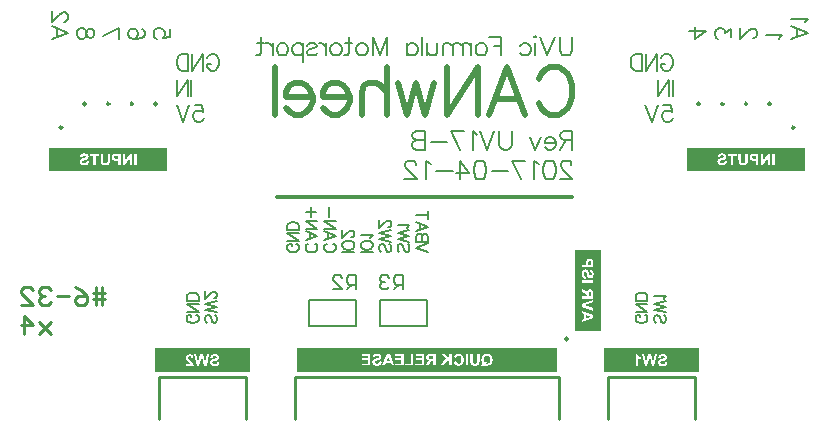
<source format=gbo>
G04 Layer_Color=32896*
%FSLAX25Y25*%
%MOIN*%
G70*
G01*
G75*
%ADD27C,0.00787*%
%ADD29C,0.01968*%
%ADD32C,0.01181*%
%ADD63C,0.01000*%
%ADD64C,0.00591*%
G36*
X125984Y98425D02*
X86614D01*
Y106299D01*
X125984D01*
Y98425D01*
D02*
G37*
G36*
X90551Y31496D02*
X59055D01*
Y39370D01*
X90551D01*
Y31496D01*
D02*
G37*
G36*
X43307D02*
X-43307D01*
Y39370D01*
X43307D01*
Y31496D01*
D02*
G37*
G36*
X57803Y45276D02*
X49213D01*
Y72047D01*
X57803D01*
Y45276D01*
D02*
G37*
G36*
X-59055Y31496D02*
X-90551D01*
Y39370D01*
X-59055D01*
Y31496D01*
D02*
G37*
G36*
X-86614Y98425D02*
X-125984D01*
Y106299D01*
X-86614D01*
Y98425D01*
D02*
G37*
%LPC*%
G36*
X106860Y104282D02*
X106083D01*
Y102196D01*
Y102190D01*
Y102173D01*
Y102151D01*
Y102118D01*
Y102074D01*
Y102029D01*
X106077Y101929D01*
Y101818D01*
X106072Y101713D01*
X106066Y101663D01*
Y101619D01*
X106061Y101585D01*
X106055Y101552D01*
Y101541D01*
X106044Y101513D01*
X106027Y101469D01*
X106005Y101413D01*
X105977Y101352D01*
X105933Y101291D01*
X105883Y101225D01*
X105822Y101169D01*
X105811Y101163D01*
X105789Y101147D01*
X105744Y101125D01*
X105689Y101102D01*
X105611Y101075D01*
X105522Y101052D01*
X105422Y101036D01*
X105306Y101030D01*
X105250D01*
X105195Y101036D01*
X105123Y101047D01*
X105039Y101064D01*
X104962Y101086D01*
X104878Y101119D01*
X104812Y101163D01*
X104806Y101169D01*
X104784Y101186D01*
X104756Y101213D01*
X104723Y101252D01*
X104690Y101302D01*
X104656Y101358D01*
X104629Y101419D01*
X104612Y101491D01*
Y101502D01*
X104606Y101530D01*
X104601Y101580D01*
X104590Y101646D01*
Y101691D01*
X104584Y101741D01*
Y101796D01*
X104579Y101852D01*
Y101918D01*
X104573Y101990D01*
Y102068D01*
Y102151D01*
Y104282D01*
X103796D01*
Y102257D01*
Y102251D01*
Y102229D01*
Y102190D01*
Y102146D01*
Y102090D01*
X103802Y102024D01*
Y101952D01*
Y101879D01*
X103813Y101718D01*
X103824Y101552D01*
X103830Y101480D01*
X103841Y101408D01*
X103852Y101341D01*
X103863Y101280D01*
Y101274D01*
X103868Y101269D01*
Y101252D01*
X103874Y101236D01*
X103891Y101180D01*
X103913Y101113D01*
X103946Y101036D01*
X103985Y100958D01*
X104035Y100875D01*
X104096Y100797D01*
X104101Y100786D01*
X104124Y100764D01*
X104163Y100731D01*
X104212Y100686D01*
X104279Y100636D01*
X104357Y100586D01*
X104446Y100531D01*
X104545Y100486D01*
X104551D01*
X104557Y100481D01*
X104573Y100475D01*
X104595Y100470D01*
X104623Y100459D01*
X104656Y100447D01*
X104701Y100436D01*
X104745Y100431D01*
X104851Y100409D01*
X104978Y100386D01*
X105123Y100375D01*
X105284Y100370D01*
X105372D01*
X105422Y100375D01*
X105472D01*
X105533Y100381D01*
X105594Y100386D01*
X105728Y100398D01*
X105866Y100420D01*
X106005Y100453D01*
X106066Y100470D01*
X106122Y100492D01*
X106127D01*
X106133Y100497D01*
X106166Y100514D01*
X106221Y100542D01*
X106283Y100581D01*
X106355Y100631D01*
X106432Y100686D01*
X106505Y100753D01*
X106571Y100825D01*
X106577Y100836D01*
X106599Y100858D01*
X106627Y100903D01*
X106660Y100958D01*
X106693Y101019D01*
X106732Y101091D01*
X106760Y101169D01*
X106788Y101252D01*
Y101258D01*
X106793Y101269D01*
Y101286D01*
X106799Y101313D01*
X106804Y101347D01*
X106810Y101391D01*
X106815Y101441D01*
X106821Y101496D01*
X106832Y101563D01*
X106838Y101635D01*
X106843Y101713D01*
X106849Y101802D01*
X106854Y101896D01*
Y102002D01*
X106860Y102112D01*
Y102229D01*
Y104282D01*
D02*
G37*
G36*
X114302D02*
X113553D01*
X111966Y101696D01*
Y104282D01*
X111250D01*
Y100442D01*
X112027D01*
X113586Y102973D01*
Y100442D01*
X114302D01*
Y104282D01*
D02*
G37*
G36*
X115823D02*
X115046D01*
Y100442D01*
X115823D01*
Y104282D01*
D02*
G37*
G36*
X110428D02*
X109013D01*
X108952Y104277D01*
X108808D01*
X108652Y104266D01*
X108497Y104255D01*
X108430Y104249D01*
X108364Y104244D01*
X108308Y104233D01*
X108264Y104221D01*
X108258D01*
X108247Y104216D01*
X108231Y104210D01*
X108208Y104205D01*
X108147Y104177D01*
X108070Y104144D01*
X107986Y104094D01*
X107892Y104027D01*
X107803Y103944D01*
X107714Y103844D01*
Y103839D01*
X107703Y103833D01*
X107692Y103816D01*
X107681Y103794D01*
X107659Y103761D01*
X107642Y103727D01*
X107620Y103689D01*
X107598Y103644D01*
X107559Y103533D01*
X107520Y103411D01*
X107498Y103261D01*
X107487Y103100D01*
Y103095D01*
Y103084D01*
Y103067D01*
Y103039D01*
X107492Y103012D01*
Y102973D01*
X107504Y102895D01*
X107520Y102801D01*
X107542Y102695D01*
X107576Y102595D01*
X107620Y102501D01*
X107626Y102490D01*
X107642Y102462D01*
X107670Y102418D01*
X107709Y102362D01*
X107753Y102307D01*
X107814Y102240D01*
X107875Y102179D01*
X107948Y102124D01*
X107959Y102118D01*
X107981Y102101D01*
X108020Y102079D01*
X108070Y102051D01*
X108131Y102018D01*
X108197Y101990D01*
X108270Y101963D01*
X108347Y101940D01*
X108358D01*
X108375Y101935D01*
X108397D01*
X108425Y101929D01*
X108464Y101924D01*
X108503Y101918D01*
X108553D01*
X108602Y101913D01*
X108663Y101907D01*
X108730Y101902D01*
X108802Y101896D01*
X108880D01*
X108963Y101891D01*
X109651D01*
Y100442D01*
X110428D01*
Y104282D01*
D02*
G37*
G36*
X98357Y104355D02*
X98291D01*
X98241Y104349D01*
X98180Y104344D01*
X98107Y104338D01*
X98035Y104327D01*
X97952Y104316D01*
X97774Y104277D01*
X97686Y104249D01*
X97597Y104221D01*
X97508Y104183D01*
X97425Y104138D01*
X97347Y104088D01*
X97275Y104033D01*
X97269Y104027D01*
X97258Y104016D01*
X97242Y103999D01*
X97219Y103977D01*
X97192Y103944D01*
X97158Y103905D01*
X97125Y103861D01*
X97086Y103811D01*
X97053Y103750D01*
X97020Y103689D01*
X96986Y103616D01*
X96959Y103539D01*
X96931Y103461D01*
X96909Y103372D01*
X96892Y103284D01*
X96886Y103184D01*
X97663Y103156D01*
Y103161D01*
Y103167D01*
X97675Y103206D01*
X97686Y103256D01*
X97708Y103317D01*
X97736Y103389D01*
X97774Y103456D01*
X97824Y103522D01*
X97880Y103578D01*
X97885Y103583D01*
X97908Y103600D01*
X97947Y103622D01*
X98002Y103644D01*
X98069Y103666D01*
X98152Y103689D01*
X98252Y103705D01*
X98368Y103711D01*
X98424D01*
X98485Y103705D01*
X98557Y103694D01*
X98640Y103678D01*
X98729Y103650D01*
X98812Y103616D01*
X98890Y103567D01*
X98896Y103561D01*
X98907Y103550D01*
X98929Y103533D01*
X98951Y103506D01*
X98973Y103472D01*
X98995Y103428D01*
X99006Y103383D01*
X99012Y103328D01*
Y103322D01*
Y103306D01*
X99006Y103278D01*
X98995Y103250D01*
X98984Y103211D01*
X98968Y103173D01*
X98940Y103134D01*
X98901Y103095D01*
X98896Y103089D01*
X98868Y103073D01*
X98851Y103061D01*
X98823Y103050D01*
X98796Y103034D01*
X98757Y103017D01*
X98712Y103000D01*
X98662Y102978D01*
X98601Y102956D01*
X98540Y102934D01*
X98463Y102912D01*
X98379Y102890D01*
X98291Y102867D01*
X98191Y102840D01*
X98185D01*
X98163Y102834D01*
X98135Y102828D01*
X98096Y102817D01*
X98052Y102806D01*
X97996Y102790D01*
X97935Y102773D01*
X97874Y102756D01*
X97741Y102712D01*
X97602Y102667D01*
X97469Y102618D01*
X97414Y102590D01*
X97358Y102562D01*
X97353D01*
X97347Y102557D01*
X97314Y102534D01*
X97264Y102501D01*
X97203Y102457D01*
X97136Y102401D01*
X97064Y102334D01*
X96992Y102257D01*
X96931Y102168D01*
X96925Y102157D01*
X96909Y102124D01*
X96881Y102074D01*
X96853Y102002D01*
X96825Y101913D01*
X96798Y101807D01*
X96781Y101691D01*
X96775Y101558D01*
Y101552D01*
Y101541D01*
Y101524D01*
Y101502D01*
X96781Y101474D01*
X96786Y101435D01*
X96798Y101358D01*
X96820Y101258D01*
X96853Y101152D01*
X96903Y101047D01*
X96964Y100936D01*
Y100930D01*
X96975Y100925D01*
X96997Y100891D01*
X97042Y100836D01*
X97097Y100775D01*
X97170Y100703D01*
X97264Y100636D01*
X97364Y100570D01*
X97486Y100508D01*
X97491D01*
X97502Y100503D01*
X97519Y100497D01*
X97547Y100486D01*
X97580Y100475D01*
X97619Y100464D01*
X97663Y100453D01*
X97713Y100442D01*
X97774Y100425D01*
X97835Y100414D01*
X97980Y100392D01*
X98141Y100375D01*
X98318Y100370D01*
X98391D01*
X98440Y100375D01*
X98501Y100381D01*
X98568Y100386D01*
X98646Y100398D01*
X98729Y100414D01*
X98912Y100453D01*
X99006Y100481D01*
X99095Y100508D01*
X99190Y100547D01*
X99278Y100592D01*
X99362Y100642D01*
X99439Y100703D01*
X99445Y100708D01*
X99456Y100719D01*
X99478Y100736D01*
X99501Y100764D01*
X99534Y100803D01*
X99567Y100847D01*
X99606Y100897D01*
X99645Y100952D01*
X99684Y101019D01*
X99722Y101091D01*
X99761Y101174D01*
X99800Y101263D01*
X99828Y101358D01*
X99861Y101463D01*
X99883Y101574D01*
X99900Y101691D01*
X99145Y101763D01*
Y101757D01*
X99140Y101746D01*
Y101724D01*
X99134Y101702D01*
X99112Y101635D01*
X99084Y101552D01*
X99051Y101458D01*
X99001Y101363D01*
X98945Y101280D01*
X98873Y101202D01*
X98862Y101197D01*
X98835Y101174D01*
X98790Y101147D01*
X98724Y101113D01*
X98640Y101080D01*
X98546Y101052D01*
X98435Y101030D01*
X98307Y101025D01*
X98246D01*
X98180Y101036D01*
X98096Y101047D01*
X98008Y101064D01*
X97913Y101091D01*
X97824Y101130D01*
X97747Y101180D01*
X97736Y101186D01*
X97713Y101208D01*
X97686Y101241D01*
X97647Y101286D01*
X97614Y101341D01*
X97580Y101408D01*
X97558Y101474D01*
X97552Y101552D01*
Y101558D01*
Y101574D01*
X97558Y101602D01*
X97563Y101635D01*
X97575Y101669D01*
X97586Y101707D01*
X97608Y101746D01*
X97636Y101785D01*
X97641Y101791D01*
X97652Y101802D01*
X97669Y101818D01*
X97697Y101840D01*
X97736Y101868D01*
X97786Y101896D01*
X97841Y101924D01*
X97913Y101952D01*
X97919D01*
X97941Y101963D01*
X97980Y101974D01*
X98008Y101985D01*
X98041Y101990D01*
X98080Y102002D01*
X98124Y102018D01*
X98174Y102029D01*
X98229Y102046D01*
X98296Y102062D01*
X98368Y102079D01*
X98446Y102101D01*
X98535Y102124D01*
X98540D01*
X98563Y102129D01*
X98596Y102140D01*
X98635Y102151D01*
X98685Y102168D01*
X98746Y102185D01*
X98807Y102207D01*
X98879Y102229D01*
X99023Y102285D01*
X99162Y102351D01*
X99234Y102384D01*
X99295Y102423D01*
X99356Y102462D01*
X99406Y102501D01*
X99412Y102506D01*
X99423Y102518D01*
X99439Y102534D01*
X99462Y102557D01*
X99489Y102590D01*
X99517Y102629D01*
X99550Y102667D01*
X99578Y102717D01*
X99645Y102834D01*
X99700Y102967D01*
X99722Y103039D01*
X99739Y103112D01*
X99750Y103195D01*
X99756Y103278D01*
Y103284D01*
Y103289D01*
Y103306D01*
Y103328D01*
X99745Y103383D01*
X99734Y103456D01*
X99717Y103539D01*
X99689Y103633D01*
X99650Y103733D01*
X99595Y103827D01*
Y103833D01*
X99589Y103839D01*
X99562Y103872D01*
X99528Y103916D01*
X99473Y103972D01*
X99406Y104033D01*
X99323Y104099D01*
X99229Y104160D01*
X99117Y104216D01*
X99112D01*
X99101Y104221D01*
X99084Y104227D01*
X99062Y104238D01*
X99029Y104249D01*
X98995Y104260D01*
X98951Y104271D01*
X98901Y104288D01*
X98790Y104310D01*
X98662Y104332D01*
X98518Y104349D01*
X98357Y104355D01*
D02*
G37*
G36*
X103247Y104282D02*
X100200D01*
Y103633D01*
X101332D01*
Y100442D01*
X102109D01*
Y103633D01*
X103247D01*
Y104282D01*
D02*
G37*
%LPD*%
G36*
X109651Y102540D02*
X109119D01*
X109080Y102545D01*
X108980D01*
X108880Y102551D01*
X108780Y102562D01*
X108691Y102579D01*
X108652Y102584D01*
X108619Y102595D01*
X108614Y102601D01*
X108591Y102606D01*
X108564Y102623D01*
X108530Y102640D01*
X108492Y102667D01*
X108453Y102701D01*
X108408Y102740D01*
X108375Y102784D01*
X108369Y102790D01*
X108358Y102806D01*
X108347Y102834D01*
X108331Y102873D01*
X108314Y102917D01*
X108297Y102967D01*
X108292Y103023D01*
X108286Y103084D01*
Y103095D01*
Y103117D01*
X108292Y103156D01*
X108303Y103206D01*
X108319Y103261D01*
X108342Y103322D01*
X108369Y103378D01*
X108414Y103433D01*
X108419Y103439D01*
X108436Y103456D01*
X108464Y103478D01*
X108497Y103506D01*
X108541Y103539D01*
X108597Y103567D01*
X108658Y103589D01*
X108725Y103605D01*
X108730D01*
X108752Y103611D01*
X108791Y103616D01*
X108847Y103622D01*
X108919D01*
X108969Y103628D01*
X109019D01*
X109074Y103633D01*
X109651D01*
Y102540D01*
D02*
G37*
%LPC*%
G36*
X78544Y37426D02*
X78477D01*
X78427Y37420D01*
X78366Y37414D01*
X78294Y37409D01*
X78222Y37398D01*
X78139Y37387D01*
X77961Y37348D01*
X77872Y37320D01*
X77784Y37292D01*
X77695Y37253D01*
X77612Y37209D01*
X77534Y37159D01*
X77462Y37104D01*
X77456Y37098D01*
X77445Y37087D01*
X77428Y37070D01*
X77406Y37048D01*
X77378Y37015D01*
X77345Y36976D01*
X77312Y36932D01*
X77273Y36882D01*
X77240Y36821D01*
X77206Y36759D01*
X77173Y36687D01*
X77145Y36610D01*
X77118Y36532D01*
X77095Y36443D01*
X77079Y36354D01*
X77073Y36255D01*
X77850Y36227D01*
Y36232D01*
Y36238D01*
X77861Y36277D01*
X77872Y36327D01*
X77895Y36388D01*
X77922Y36460D01*
X77961Y36526D01*
X78011Y36593D01*
X78066Y36648D01*
X78072Y36654D01*
X78094Y36671D01*
X78133Y36693D01*
X78189Y36715D01*
X78255Y36737D01*
X78338Y36759D01*
X78438Y36776D01*
X78555Y36782D01*
X78610D01*
X78671Y36776D01*
X78744Y36765D01*
X78827Y36748D01*
X78916Y36721D01*
X78999Y36687D01*
X79077Y36637D01*
X79082Y36632D01*
X79093Y36621D01*
X79115Y36604D01*
X79138Y36576D01*
X79160Y36543D01*
X79182Y36499D01*
X79193Y36454D01*
X79199Y36399D01*
Y36393D01*
Y36377D01*
X79193Y36349D01*
X79182Y36321D01*
X79171Y36282D01*
X79154Y36243D01*
X79127Y36204D01*
X79088Y36166D01*
X79082Y36160D01*
X79054Y36143D01*
X79038Y36132D01*
X79010Y36121D01*
X78982Y36105D01*
X78943Y36088D01*
X78899Y36071D01*
X78849Y36049D01*
X78788Y36027D01*
X78727Y36005D01*
X78649Y35982D01*
X78566Y35960D01*
X78477Y35938D01*
X78377Y35910D01*
X78372D01*
X78350Y35905D01*
X78322Y35899D01*
X78283Y35888D01*
X78239Y35877D01*
X78183Y35860D01*
X78122Y35844D01*
X78061Y35827D01*
X77928Y35783D01*
X77789Y35738D01*
X77656Y35688D01*
X77600Y35661D01*
X77545Y35633D01*
X77539D01*
X77534Y35627D01*
X77500Y35605D01*
X77451Y35572D01*
X77389Y35527D01*
X77323Y35472D01*
X77251Y35405D01*
X77179Y35328D01*
X77118Y35239D01*
X77112Y35228D01*
X77095Y35194D01*
X77068Y35144D01*
X77040Y35072D01*
X77012Y34984D01*
X76984Y34878D01*
X76968Y34762D01*
X76962Y34628D01*
Y34623D01*
Y34612D01*
Y34595D01*
Y34573D01*
X76968Y34545D01*
X76973Y34506D01*
X76984Y34429D01*
X77007Y34329D01*
X77040Y34223D01*
X77090Y34118D01*
X77151Y34007D01*
Y34001D01*
X77162Y33996D01*
X77184Y33962D01*
X77228Y33907D01*
X77284Y33846D01*
X77356Y33774D01*
X77451Y33707D01*
X77550Y33640D01*
X77672Y33579D01*
X77678D01*
X77689Y33574D01*
X77706Y33568D01*
X77734Y33557D01*
X77767Y33546D01*
X77806Y33535D01*
X77850Y33524D01*
X77900Y33513D01*
X77961Y33496D01*
X78022Y33485D01*
X78166Y33463D01*
X78327Y33446D01*
X78505Y33441D01*
X78577D01*
X78627Y33446D01*
X78688Y33452D01*
X78755Y33457D01*
X78832Y33468D01*
X78916Y33485D01*
X79099Y33524D01*
X79193Y33552D01*
X79282Y33579D01*
X79376Y33618D01*
X79465Y33663D01*
X79548Y33713D01*
X79626Y33774D01*
X79632Y33779D01*
X79643Y33790D01*
X79665Y33807D01*
X79687Y33835D01*
X79720Y33874D01*
X79754Y33918D01*
X79793Y33968D01*
X79831Y34023D01*
X79870Y34090D01*
X79909Y34162D01*
X79948Y34245D01*
X79987Y34334D01*
X80015Y34429D01*
X80048Y34534D01*
X80070Y34645D01*
X80087Y34762D01*
X79332Y34834D01*
Y34828D01*
X79326Y34817D01*
Y34795D01*
X79321Y34773D01*
X79299Y34706D01*
X79271Y34623D01*
X79238Y34528D01*
X79188Y34434D01*
X79132Y34351D01*
X79060Y34273D01*
X79049Y34268D01*
X79021Y34245D01*
X78977Y34218D01*
X78910Y34184D01*
X78827Y34151D01*
X78733Y34123D01*
X78622Y34101D01*
X78494Y34095D01*
X78433D01*
X78366Y34107D01*
X78283Y34118D01*
X78194Y34134D01*
X78100Y34162D01*
X78011Y34201D01*
X77933Y34251D01*
X77922Y34257D01*
X77900Y34279D01*
X77872Y34312D01*
X77833Y34356D01*
X77800Y34412D01*
X77767Y34479D01*
X77745Y34545D01*
X77739Y34623D01*
Y34628D01*
Y34645D01*
X77745Y34673D01*
X77750Y34706D01*
X77761Y34739D01*
X77772Y34778D01*
X77795Y34817D01*
X77822Y34856D01*
X77828Y34861D01*
X77839Y34872D01*
X77856Y34889D01*
X77883Y34911D01*
X77922Y34939D01*
X77972Y34967D01*
X78028Y34995D01*
X78100Y35022D01*
X78105D01*
X78128Y35034D01*
X78166Y35045D01*
X78194Y35056D01*
X78228Y35061D01*
X78266Y35072D01*
X78311Y35089D01*
X78361Y35100D01*
X78416Y35117D01*
X78483Y35133D01*
X78555Y35150D01*
X78633Y35172D01*
X78721Y35194D01*
X78727D01*
X78749Y35200D01*
X78782Y35211D01*
X78821Y35222D01*
X78871Y35239D01*
X78932Y35256D01*
X78993Y35278D01*
X79066Y35300D01*
X79210Y35355D01*
X79349Y35422D01*
X79421Y35455D01*
X79482Y35494D01*
X79543Y35533D01*
X79593Y35572D01*
X79598Y35577D01*
X79610Y35588D01*
X79626Y35605D01*
X79648Y35627D01*
X79676Y35661D01*
X79704Y35699D01*
X79737Y35738D01*
X79765Y35788D01*
X79831Y35905D01*
X79887Y36038D01*
X79909Y36110D01*
X79926Y36182D01*
X79937Y36266D01*
X79942Y36349D01*
Y36354D01*
Y36360D01*
Y36377D01*
Y36399D01*
X79931Y36454D01*
X79920Y36526D01*
X79904Y36610D01*
X79876Y36704D01*
X79837Y36804D01*
X79782Y36898D01*
Y36904D01*
X79776Y36909D01*
X79748Y36943D01*
X79715Y36987D01*
X79659Y37043D01*
X79593Y37104D01*
X79510Y37170D01*
X79415Y37231D01*
X79304Y37287D01*
X79299D01*
X79287Y37292D01*
X79271Y37298D01*
X79249Y37309D01*
X79215Y37320D01*
X79182Y37331D01*
X79138Y37342D01*
X79088Y37359D01*
X78977Y37381D01*
X78849Y37403D01*
X78705Y37420D01*
X78544Y37426D01*
D02*
G37*
G36*
X76679Y37353D02*
X75885D01*
X75308Y34712D01*
X74609Y37353D01*
X73677D01*
X73010Y34667D01*
X72422Y37353D01*
X71640D01*
X72566Y33513D01*
X73405D01*
X74159Y36382D01*
X74925Y33513D01*
X75769D01*
X76679Y37353D01*
D02*
G37*
G36*
X70119Y37376D02*
X69520D01*
Y33513D01*
X70258D01*
Y36293D01*
X70263Y36288D01*
X70274Y36277D01*
X70297Y36260D01*
X70330Y36232D01*
X70369Y36199D01*
X70413Y36166D01*
X70469Y36127D01*
X70530Y36082D01*
X70596Y36038D01*
X70668Y35994D01*
X70746Y35944D01*
X70829Y35899D01*
X71007Y35816D01*
X71207Y35738D01*
Y36404D01*
X71201D01*
X71196Y36410D01*
X71179Y36415D01*
X71157Y36421D01*
X71101Y36449D01*
X71024Y36482D01*
X70929Y36526D01*
X70824Y36588D01*
X70707Y36665D01*
X70585Y36754D01*
X70580Y36759D01*
X70569Y36765D01*
X70552Y36782D01*
X70530Y36804D01*
X70469Y36859D01*
X70402Y36932D01*
X70324Y37020D01*
X70247Y37131D01*
X70174Y37248D01*
X70119Y37376D01*
D02*
G37*
G36*
X-4598Y37487D02*
X-5375D01*
Y34323D01*
X-7307D01*
Y33674D01*
X-4598D01*
Y37487D01*
D02*
G37*
G36*
X-1002Y37514D02*
X-3849D01*
Y36865D01*
X-1779D01*
Y36016D01*
X-3705D01*
Y35366D01*
X-1779D01*
Y34323D01*
X-3921D01*
Y33674D01*
X-1002D01*
Y37514D01*
D02*
G37*
G36*
X-7862D02*
X-10709D01*
Y36865D01*
X-8639D01*
Y36016D01*
X-10564D01*
Y35366D01*
X-8639D01*
Y34323D01*
X-10781D01*
Y33674D01*
X-7862D01*
Y37514D01*
D02*
G37*
G36*
X-18895D02*
X-21742D01*
Y36865D01*
X-19672D01*
Y36016D01*
X-21598D01*
Y35366D01*
X-19672D01*
Y34323D01*
X-21814D01*
Y33674D01*
X-18895D01*
Y37514D01*
D02*
G37*
G36*
X-12535D02*
X-13356D01*
X-14899Y33674D01*
X-14061D01*
X-13728Y34545D01*
X-12185D01*
X-11869Y33674D01*
X-11047D01*
X-12535Y37514D01*
D02*
G37*
G36*
X10459Y37587D02*
X10392D01*
X10342Y37581D01*
X10281Y37575D01*
X10215Y37564D01*
X10137Y37553D01*
X10054Y37536D01*
X9965Y37514D01*
X9871Y37487D01*
X9776Y37453D01*
X9676Y37409D01*
X9582Y37365D01*
X9493Y37309D01*
X9399Y37242D01*
X9316Y37170D01*
X9310D01*
X9305Y37159D01*
X9288Y37143D01*
X9271Y37126D01*
X9249Y37098D01*
X9227Y37065D01*
X9166Y36987D01*
X9105Y36887D01*
X9038Y36765D01*
X8977Y36626D01*
X8922Y36465D01*
X9687Y36282D01*
Y36288D01*
X9693Y36293D01*
Y36310D01*
X9704Y36332D01*
X9721Y36382D01*
X9749Y36449D01*
X9787Y36526D01*
X9837Y36604D01*
X9904Y36682D01*
X9976Y36748D01*
X9987Y36754D01*
X10015Y36776D01*
X10059Y36804D01*
X10120Y36837D01*
X10198Y36871D01*
X10287Y36898D01*
X10387Y36920D01*
X10498Y36926D01*
X10537D01*
X10570Y36920D01*
X10603Y36915D01*
X10648Y36909D01*
X10742Y36887D01*
X10853Y36848D01*
X10970Y36793D01*
X11031Y36759D01*
X11086Y36721D01*
X11142Y36671D01*
X11192Y36615D01*
Y36610D01*
X11203Y36599D01*
X11214Y36582D01*
X11230Y36554D01*
X11253Y36521D01*
X11275Y36482D01*
X11297Y36432D01*
X11319Y36377D01*
X11347Y36310D01*
X11369Y36238D01*
X11391Y36155D01*
X11414Y36066D01*
X11430Y35966D01*
X11441Y35860D01*
X11447Y35744D01*
X11452Y35616D01*
Y35611D01*
Y35583D01*
Y35544D01*
X11447Y35500D01*
Y35439D01*
X11436Y35366D01*
X11430Y35294D01*
X11419Y35211D01*
X11386Y35039D01*
X11341Y34867D01*
X11314Y34784D01*
X11275Y34706D01*
X11236Y34634D01*
X11192Y34573D01*
X11186Y34567D01*
X11180Y34562D01*
X11164Y34545D01*
X11142Y34523D01*
X11086Y34479D01*
X11008Y34423D01*
X10914Y34362D01*
X10797Y34317D01*
X10664Y34279D01*
X10592Y34273D01*
X10514Y34268D01*
X10487D01*
X10464Y34273D01*
X10403Y34279D01*
X10331Y34290D01*
X10254Y34317D01*
X10165Y34351D01*
X10076Y34395D01*
X9987Y34462D01*
X9976Y34473D01*
X9948Y34501D01*
X9910Y34545D01*
X9865Y34612D01*
X9810Y34701D01*
X9760Y34806D01*
X9710Y34934D01*
X9665Y35083D01*
X8911Y34850D01*
Y34845D01*
X8916Y34823D01*
X8927Y34789D01*
X8944Y34745D01*
X8966Y34695D01*
X8988Y34634D01*
X9016Y34567D01*
X9049Y34495D01*
X9127Y34345D01*
X9227Y34190D01*
X9349Y34040D01*
X9416Y33973D01*
X9488Y33912D01*
X9493Y33907D01*
X9504Y33901D01*
X9527Y33885D01*
X9560Y33862D01*
X9599Y33840D01*
X9649Y33818D01*
X9704Y33790D01*
X9765Y33762D01*
X9837Y33729D01*
X9915Y33702D01*
X9998Y33679D01*
X10087Y33657D01*
X10182Y33635D01*
X10287Y33618D01*
X10392Y33613D01*
X10509Y33607D01*
X10542D01*
X10581Y33613D01*
X10637Y33618D01*
X10698Y33624D01*
X10775Y33635D01*
X10859Y33652D01*
X10953Y33674D01*
X11047Y33702D01*
X11147Y33735D01*
X11253Y33779D01*
X11358Y33829D01*
X11463Y33885D01*
X11569Y33957D01*
X11669Y34034D01*
X11763Y34129D01*
X11769Y34134D01*
X11785Y34151D01*
X11808Y34184D01*
X11841Y34223D01*
X11874Y34279D01*
X11919Y34340D01*
X11963Y34417D01*
X12007Y34506D01*
X12052Y34601D01*
X12096Y34706D01*
X12141Y34828D01*
X12174Y34956D01*
X12207Y35089D01*
X12229Y35239D01*
X12246Y35394D01*
X12252Y35561D01*
Y35566D01*
Y35572D01*
Y35605D01*
X12246Y35655D01*
Y35722D01*
X12235Y35799D01*
X12224Y35894D01*
X12213Y35994D01*
X12191Y36110D01*
X12163Y36227D01*
X12129Y36349D01*
X12091Y36471D01*
X12041Y36599D01*
X11985Y36721D01*
X11919Y36837D01*
X11846Y36948D01*
X11758Y37054D01*
X11752Y37059D01*
X11735Y37076D01*
X11708Y37104D01*
X11669Y37137D01*
X11619Y37176D01*
X11558Y37220D01*
X11491Y37270D01*
X11408Y37320D01*
X11319Y37370D01*
X11225Y37420D01*
X11114Y37464D01*
X11003Y37503D01*
X10875Y37536D01*
X10748Y37564D01*
X10603Y37581D01*
X10459Y37587D01*
D02*
G37*
G36*
X8239Y37514D02*
X7462D01*
Y35805D01*
X5886Y37514D01*
X4842D01*
X6296Y36016D01*
X4770Y33674D01*
X5775D01*
X6835Y35478D01*
X7462Y34834D01*
Y33674D01*
X8239D01*
Y37514D01*
D02*
G37*
G36*
X17491D02*
X16714D01*
Y35427D01*
Y35422D01*
Y35405D01*
Y35383D01*
Y35350D01*
Y35305D01*
Y35261D01*
X16708Y35161D01*
Y35050D01*
X16703Y34945D01*
X16697Y34895D01*
Y34850D01*
X16692Y34817D01*
X16686Y34784D01*
Y34773D01*
X16675Y34745D01*
X16658Y34701D01*
X16636Y34645D01*
X16608Y34584D01*
X16564Y34523D01*
X16514Y34456D01*
X16453Y34401D01*
X16442Y34395D01*
X16420Y34379D01*
X16375Y34356D01*
X16320Y34334D01*
X16242Y34306D01*
X16153Y34284D01*
X16053Y34268D01*
X15937Y34262D01*
X15881D01*
X15826Y34268D01*
X15754Y34279D01*
X15670Y34295D01*
X15593Y34317D01*
X15509Y34351D01*
X15443Y34395D01*
X15437Y34401D01*
X15415Y34417D01*
X15387Y34445D01*
X15354Y34484D01*
X15321Y34534D01*
X15288Y34589D01*
X15260Y34650D01*
X15243Y34723D01*
Y34734D01*
X15237Y34762D01*
X15232Y34811D01*
X15221Y34878D01*
Y34923D01*
X15215Y34972D01*
Y35028D01*
X15210Y35083D01*
Y35150D01*
X15204Y35222D01*
Y35300D01*
Y35383D01*
Y37514D01*
X14427D01*
Y35489D01*
Y35483D01*
Y35461D01*
Y35422D01*
Y35378D01*
Y35322D01*
X14433Y35256D01*
Y35183D01*
Y35111D01*
X14444Y34950D01*
X14455Y34784D01*
X14460Y34712D01*
X14472Y34639D01*
X14483Y34573D01*
X14494Y34512D01*
Y34506D01*
X14499Y34501D01*
Y34484D01*
X14505Y34467D01*
X14522Y34412D01*
X14544Y34345D01*
X14577Y34268D01*
X14616Y34190D01*
X14666Y34107D01*
X14727Y34029D01*
X14732Y34018D01*
X14755Y33996D01*
X14794Y33962D01*
X14843Y33918D01*
X14910Y33868D01*
X14988Y33818D01*
X15077Y33762D01*
X15177Y33718D01*
X15182D01*
X15188Y33713D01*
X15204Y33707D01*
X15226Y33702D01*
X15254Y33690D01*
X15288Y33679D01*
X15332Y33668D01*
X15376Y33663D01*
X15482Y33640D01*
X15609Y33618D01*
X15754Y33607D01*
X15915Y33602D01*
X16003D01*
X16053Y33607D01*
X16103D01*
X16164Y33613D01*
X16225Y33618D01*
X16359Y33629D01*
X16497Y33652D01*
X16636Y33685D01*
X16697Y33702D01*
X16753Y33724D01*
X16758D01*
X16764Y33729D01*
X16797Y33746D01*
X16853Y33774D01*
X16914Y33812D01*
X16986Y33862D01*
X17063Y33918D01*
X17136Y33985D01*
X17202Y34057D01*
X17208Y34068D01*
X17230Y34090D01*
X17258Y34134D01*
X17291Y34190D01*
X17324Y34251D01*
X17363Y34323D01*
X17391Y34401D01*
X17419Y34484D01*
Y34490D01*
X17424Y34501D01*
Y34517D01*
X17430Y34545D01*
X17435Y34578D01*
X17441Y34623D01*
X17446Y34673D01*
X17452Y34728D01*
X17463Y34795D01*
X17469Y34867D01*
X17474Y34945D01*
X17480Y35034D01*
X17485Y35128D01*
Y35233D01*
X17491Y35344D01*
Y35461D01*
Y37514D01*
D02*
G37*
G36*
X2872D02*
X1141D01*
X1091Y37509D01*
X1029D01*
X969Y37503D01*
X896D01*
X752Y37487D01*
X602Y37470D01*
X463Y37442D01*
X402Y37426D01*
X347Y37409D01*
X341D01*
X336Y37403D01*
X302Y37387D01*
X252Y37359D01*
X186Y37326D01*
X114Y37270D01*
X42Y37209D01*
X-30Y37131D01*
X-97Y37037D01*
Y37031D01*
X-103Y37026D01*
X-114Y37009D01*
X-125Y36993D01*
X-153Y36937D01*
X-186Y36865D01*
X-214Y36776D01*
X-241Y36676D01*
X-264Y36560D01*
X-269Y36438D01*
Y36432D01*
Y36421D01*
Y36393D01*
X-264Y36366D01*
Y36327D01*
X-258Y36288D01*
X-236Y36188D01*
X-208Y36071D01*
X-164Y35955D01*
X-97Y35833D01*
X-58Y35777D01*
X-14Y35722D01*
X-8Y35716D01*
X-3Y35711D01*
X14Y35694D01*
X36Y35677D01*
X58Y35655D01*
X92Y35627D01*
X130Y35600D01*
X175Y35572D01*
X225Y35539D01*
X286Y35511D01*
X347Y35483D01*
X414Y35455D01*
X491Y35427D01*
X569Y35405D01*
X652Y35383D01*
X746Y35366D01*
X741D01*
X735Y35361D01*
X702Y35339D01*
X658Y35311D01*
X602Y35272D01*
X536Y35222D01*
X469Y35172D01*
X397Y35111D01*
X336Y35045D01*
X330Y35039D01*
X302Y35011D01*
X269Y34967D01*
X219Y34900D01*
X153Y34817D01*
X119Y34762D01*
X81Y34706D01*
X36Y34645D01*
X-8Y34578D01*
X-58Y34501D01*
X-108Y34423D01*
X-580Y33674D01*
X352D01*
X907Y34506D01*
X913Y34512D01*
X919Y34528D01*
X935Y34551D01*
X957Y34578D01*
X980Y34612D01*
X1007Y34656D01*
X1068Y34745D01*
X1141Y34845D01*
X1207Y34934D01*
X1268Y35017D01*
X1296Y35045D01*
X1318Y35072D01*
X1324Y35078D01*
X1335Y35089D01*
X1357Y35111D01*
X1385Y35139D01*
X1424Y35161D01*
X1462Y35189D01*
X1507Y35211D01*
X1551Y35233D01*
X1557D01*
X1573Y35239D01*
X1601Y35250D01*
X1646Y35256D01*
X1701Y35267D01*
X1768Y35272D01*
X1845Y35278D01*
X2095D01*
Y33674D01*
X2872D01*
Y37514D01*
D02*
G37*
G36*
X13634D02*
X12857D01*
Y33674D01*
X13634D01*
Y37514D01*
D02*
G37*
G36*
X19950Y37587D02*
X19911D01*
X19866Y37581D01*
X19805D01*
X19739Y37570D01*
X19650Y37559D01*
X19561Y37542D01*
X19461Y37520D01*
X19356Y37492D01*
X19245Y37459D01*
X19128Y37414D01*
X19017Y37365D01*
X18906Y37303D01*
X18795Y37231D01*
X18695Y37154D01*
X18595Y37059D01*
X18590Y37054D01*
X18573Y37037D01*
X18551Y37004D01*
X18518Y36965D01*
X18479Y36909D01*
X18434Y36843D01*
X18390Y36771D01*
X18340Y36682D01*
X18296Y36582D01*
X18251Y36471D01*
X18207Y36354D01*
X18168Y36221D01*
X18135Y36082D01*
X18112Y35927D01*
X18096Y35766D01*
X18090Y35594D01*
Y35588D01*
Y35572D01*
Y35544D01*
Y35511D01*
X18096Y35466D01*
Y35416D01*
X18101Y35361D01*
X18107Y35300D01*
X18124Y35161D01*
X18151Y35011D01*
X18185Y34861D01*
X18235Y34717D01*
Y34712D01*
X18240Y34706D01*
X18246Y34689D01*
X18257Y34667D01*
X18279Y34612D01*
X18318Y34539D01*
X18362Y34456D01*
X18418Y34356D01*
X18490Y34257D01*
X18567Y34157D01*
X18562D01*
X18556Y34146D01*
X18540Y34134D01*
X18518Y34123D01*
X18462Y34084D01*
X18384Y34040D01*
X18290Y33990D01*
X18185Y33935D01*
X18068Y33885D01*
X17946Y33835D01*
X18235Y33280D01*
X18240D01*
X18262Y33291D01*
X18301Y33302D01*
X18346Y33318D01*
X18395Y33341D01*
X18456Y33369D01*
X18579Y33430D01*
X18590Y33435D01*
X18612Y33452D01*
X18634Y33463D01*
X18656Y33479D01*
X18684Y33496D01*
X18717Y33518D01*
X18762Y33546D01*
X18812Y33579D01*
X18867Y33613D01*
X18934Y33657D01*
X19012Y33707D01*
X19095Y33762D01*
X19100D01*
X19111Y33757D01*
X19134Y33746D01*
X19161Y33740D01*
X19195Y33724D01*
X19239Y33713D01*
X19284Y33696D01*
X19339Y33685D01*
X19461Y33652D01*
X19605Y33629D01*
X19761Y33607D01*
X19927Y33602D01*
X19966D01*
X20010Y33607D01*
X20072Y33613D01*
X20149Y33618D01*
X20233Y33629D01*
X20332Y33646D01*
X20432Y33668D01*
X20543Y33696D01*
X20654Y33729D01*
X20771Y33774D01*
X20887Y33824D01*
X20998Y33879D01*
X21109Y33951D01*
X21215Y34029D01*
X21315Y34123D01*
X21320Y34129D01*
X21337Y34146D01*
X21359Y34179D01*
X21393Y34218D01*
X21431Y34273D01*
X21470Y34340D01*
X21520Y34417D01*
X21565Y34501D01*
X21609Y34601D01*
X21653Y34712D01*
X21698Y34834D01*
X21737Y34961D01*
X21770Y35106D01*
X21792Y35261D01*
X21809Y35422D01*
X21814Y35594D01*
Y35605D01*
Y35638D01*
X21809Y35683D01*
Y35749D01*
X21798Y35827D01*
X21787Y35921D01*
X21770Y36021D01*
X21753Y36132D01*
X21725Y36249D01*
X21692Y36366D01*
X21653Y36488D01*
X21603Y36610D01*
X21548Y36732D01*
X21481Y36848D01*
X21404Y36959D01*
X21315Y37059D01*
X21309Y37065D01*
X21293Y37081D01*
X21265Y37109D01*
X21220Y37143D01*
X21170Y37181D01*
X21109Y37226D01*
X21037Y37276D01*
X20954Y37326D01*
X20860Y37370D01*
X20760Y37420D01*
X20649Y37464D01*
X20527Y37503D01*
X20393Y37536D01*
X20255Y37564D01*
X20105Y37581D01*
X19950Y37587D01*
D02*
G37*
G36*
X-16653D02*
X-16719D01*
X-16769Y37581D01*
X-16830Y37575D01*
X-16903Y37570D01*
X-16975Y37559D01*
X-17058Y37548D01*
X-17235Y37509D01*
X-17324Y37481D01*
X-17413Y37453D01*
X-17502Y37414D01*
X-17585Y37370D01*
X-17663Y37320D01*
X-17735Y37265D01*
X-17741Y37259D01*
X-17752Y37248D01*
X-17768Y37231D01*
X-17790Y37209D01*
X-17818Y37176D01*
X-17852Y37137D01*
X-17885Y37093D01*
X-17924Y37043D01*
X-17957Y36981D01*
X-17990Y36920D01*
X-18024Y36848D01*
X-18051Y36771D01*
X-18079Y36693D01*
X-18101Y36604D01*
X-18118Y36515D01*
X-18124Y36415D01*
X-17346Y36388D01*
Y36393D01*
Y36399D01*
X-17335Y36438D01*
X-17324Y36488D01*
X-17302Y36549D01*
X-17274Y36621D01*
X-17235Y36687D01*
X-17186Y36754D01*
X-17130Y36810D01*
X-17124Y36815D01*
X-17102Y36832D01*
X-17063Y36854D01*
X-17008Y36876D01*
X-16941Y36898D01*
X-16858Y36920D01*
X-16758Y36937D01*
X-16642Y36943D01*
X-16586D01*
X-16525Y36937D01*
X-16453Y36926D01*
X-16370Y36909D01*
X-16281Y36882D01*
X-16198Y36848D01*
X-16120Y36798D01*
X-16114Y36793D01*
X-16103Y36782D01*
X-16081Y36765D01*
X-16059Y36737D01*
X-16037Y36704D01*
X-16014Y36660D01*
X-16003Y36615D01*
X-15998Y36560D01*
Y36554D01*
Y36538D01*
X-16003Y36510D01*
X-16014Y36482D01*
X-16026Y36443D01*
X-16042Y36404D01*
X-16070Y36366D01*
X-16109Y36327D01*
X-16114Y36321D01*
X-16142Y36304D01*
X-16159Y36293D01*
X-16187Y36282D01*
X-16214Y36266D01*
X-16253Y36249D01*
X-16298Y36232D01*
X-16348Y36210D01*
X-16409Y36188D01*
X-16470Y36166D01*
X-16547Y36143D01*
X-16631Y36121D01*
X-16719Y36099D01*
X-16819Y36071D01*
X-16825D01*
X-16847Y36066D01*
X-16875Y36060D01*
X-16914Y36049D01*
X-16958Y36038D01*
X-17014Y36021D01*
X-17075Y36005D01*
X-17136Y35988D01*
X-17269Y35944D01*
X-17408Y35899D01*
X-17541Y35849D01*
X-17596Y35822D01*
X-17652Y35794D01*
X-17657D01*
X-17663Y35788D01*
X-17696Y35766D01*
X-17746Y35733D01*
X-17807Y35688D01*
X-17874Y35633D01*
X-17946Y35566D01*
X-18018Y35489D01*
X-18079Y35400D01*
X-18085Y35389D01*
X-18101Y35355D01*
X-18129Y35305D01*
X-18157Y35233D01*
X-18185Y35144D01*
X-18212Y35039D01*
X-18229Y34923D01*
X-18235Y34789D01*
Y34784D01*
Y34773D01*
Y34756D01*
Y34734D01*
X-18229Y34706D01*
X-18223Y34667D01*
X-18212Y34589D01*
X-18190Y34490D01*
X-18157Y34384D01*
X-18107Y34279D01*
X-18046Y34168D01*
Y34162D01*
X-18035Y34157D01*
X-18012Y34123D01*
X-17968Y34068D01*
X-17913Y34007D01*
X-17841Y33935D01*
X-17746Y33868D01*
X-17646Y33801D01*
X-17524Y33740D01*
X-17519D01*
X-17507Y33735D01*
X-17491Y33729D01*
X-17463Y33718D01*
X-17430Y33707D01*
X-17391Y33696D01*
X-17346Y33685D01*
X-17297Y33674D01*
X-17235Y33657D01*
X-17175Y33646D01*
X-17030Y33624D01*
X-16869Y33607D01*
X-16692Y33602D01*
X-16620D01*
X-16569Y33607D01*
X-16509Y33613D01*
X-16442Y33618D01*
X-16364Y33629D01*
X-16281Y33646D01*
X-16098Y33685D01*
X-16003Y33713D01*
X-15915Y33740D01*
X-15820Y33779D01*
X-15732Y33824D01*
X-15648Y33874D01*
X-15571Y33935D01*
X-15565Y33940D01*
X-15554Y33951D01*
X-15532Y33968D01*
X-15509Y33996D01*
X-15476Y34034D01*
X-15443Y34079D01*
X-15404Y34129D01*
X-15365Y34184D01*
X-15326Y34251D01*
X-15288Y34323D01*
X-15249Y34406D01*
X-15210Y34495D01*
X-15182Y34589D01*
X-15149Y34695D01*
X-15126Y34806D01*
X-15110Y34923D01*
X-15865Y34995D01*
Y34989D01*
X-15870Y34978D01*
Y34956D01*
X-15876Y34934D01*
X-15898Y34867D01*
X-15926Y34784D01*
X-15959Y34689D01*
X-16009Y34595D01*
X-16064Y34512D01*
X-16137Y34434D01*
X-16148Y34429D01*
X-16175Y34406D01*
X-16220Y34379D01*
X-16286Y34345D01*
X-16370Y34312D01*
X-16464Y34284D01*
X-16575Y34262D01*
X-16703Y34257D01*
X-16764D01*
X-16830Y34268D01*
X-16914Y34279D01*
X-17002Y34295D01*
X-17097Y34323D01*
X-17186Y34362D01*
X-17263Y34412D01*
X-17274Y34417D01*
X-17297Y34440D01*
X-17324Y34473D01*
X-17363Y34517D01*
X-17397Y34573D01*
X-17430Y34639D01*
X-17452Y34706D01*
X-17458Y34784D01*
Y34789D01*
Y34806D01*
X-17452Y34834D01*
X-17446Y34867D01*
X-17435Y34900D01*
X-17424Y34939D01*
X-17402Y34978D01*
X-17374Y35017D01*
X-17369Y35022D01*
X-17358Y35034D01*
X-17341Y35050D01*
X-17313Y35072D01*
X-17274Y35100D01*
X-17224Y35128D01*
X-17169Y35156D01*
X-17097Y35183D01*
X-17091D01*
X-17069Y35194D01*
X-17030Y35206D01*
X-17002Y35217D01*
X-16969Y35222D01*
X-16930Y35233D01*
X-16886Y35250D01*
X-16836Y35261D01*
X-16780Y35278D01*
X-16714Y35294D01*
X-16642Y35311D01*
X-16564Y35333D01*
X-16475Y35355D01*
X-16470D01*
X-16447Y35361D01*
X-16414Y35372D01*
X-16375Y35383D01*
X-16325Y35400D01*
X-16264Y35416D01*
X-16203Y35439D01*
X-16131Y35461D01*
X-15987Y35516D01*
X-15848Y35583D01*
X-15776Y35616D01*
X-15715Y35655D01*
X-15654Y35694D01*
X-15604Y35733D01*
X-15598Y35738D01*
X-15587Y35749D01*
X-15571Y35766D01*
X-15548Y35788D01*
X-15521Y35822D01*
X-15493Y35860D01*
X-15460Y35899D01*
X-15432Y35949D01*
X-15365Y36066D01*
X-15310Y36199D01*
X-15288Y36271D01*
X-15271Y36343D01*
X-15260Y36426D01*
X-15254Y36510D01*
Y36515D01*
Y36521D01*
Y36538D01*
Y36560D01*
X-15265Y36615D01*
X-15276Y36687D01*
X-15293Y36771D01*
X-15321Y36865D01*
X-15360Y36965D01*
X-15415Y37059D01*
Y37065D01*
X-15421Y37070D01*
X-15448Y37104D01*
X-15482Y37148D01*
X-15537Y37203D01*
X-15604Y37265D01*
X-15687Y37331D01*
X-15781Y37392D01*
X-15892Y37448D01*
X-15898D01*
X-15909Y37453D01*
X-15926Y37459D01*
X-15948Y37470D01*
X-15981Y37481D01*
X-16014Y37492D01*
X-16059Y37503D01*
X-16109Y37520D01*
X-16220Y37542D01*
X-16348Y37564D01*
X-16492Y37581D01*
X-16653Y37587D01*
D02*
G37*
%LPD*%
G36*
X-12418Y35194D02*
X-13478D01*
X-12940Y36621D01*
X-12418Y35194D01*
D02*
G37*
G36*
X2095Y35888D02*
X1340D01*
X1229Y35894D01*
X1113Y35899D01*
X996Y35905D01*
X946Y35910D01*
X902Y35916D01*
X857Y35927D01*
X830Y35933D01*
X824D01*
X807Y35944D01*
X780Y35955D01*
X752Y35971D01*
X680Y36021D01*
X647Y36055D01*
X613Y36094D01*
X608Y36099D01*
X602Y36116D01*
X586Y36138D01*
X569Y36171D01*
X558Y36216D01*
X541Y36266D01*
X536Y36321D01*
X530Y36382D01*
Y36393D01*
Y36415D01*
X536Y36449D01*
X541Y36493D01*
X558Y36543D01*
X574Y36593D01*
X602Y36648D01*
X636Y36693D01*
X641Y36698D01*
X652Y36715D01*
X680Y36732D01*
X713Y36759D01*
X752Y36787D01*
X802Y36810D01*
X863Y36832D01*
X930Y36848D01*
X935D01*
X952Y36854D01*
X985D01*
X1035Y36859D01*
X1157D01*
X1207Y36865D01*
X2095D01*
Y35888D01*
D02*
G37*
G36*
X20033Y36920D02*
X20072Y36915D01*
X20121Y36909D01*
X20227Y36887D01*
X20349Y36843D01*
X20410Y36821D01*
X20477Y36787D01*
X20543Y36748D01*
X20604Y36704D01*
X20665Y36654D01*
X20721Y36593D01*
X20727Y36588D01*
X20732Y36576D01*
X20749Y36560D01*
X20765Y36532D01*
X20787Y36493D01*
X20815Y36454D01*
X20843Y36404D01*
X20865Y36343D01*
X20893Y36277D01*
X20921Y36204D01*
X20948Y36121D01*
X20971Y36033D01*
X20987Y35933D01*
X21004Y35827D01*
X21010Y35716D01*
X21015Y35594D01*
Y35588D01*
Y35566D01*
Y35527D01*
X21010Y35483D01*
X21004Y35427D01*
X20998Y35361D01*
X20993Y35289D01*
X20976Y35211D01*
X20943Y35050D01*
X20893Y34878D01*
X20860Y34800D01*
X20815Y34717D01*
X20771Y34645D01*
X20721Y34578D01*
X20715Y34573D01*
X20710Y34562D01*
X20693Y34545D01*
X20665Y34528D01*
X20638Y34501D01*
X20604Y34473D01*
X20565Y34445D01*
X20516Y34412D01*
X20410Y34351D01*
X20282Y34295D01*
X20210Y34279D01*
X20138Y34262D01*
X20061Y34251D01*
X19977Y34245D01*
X19950D01*
X19916Y34251D01*
X19877D01*
X19827Y34257D01*
X19772Y34268D01*
X19661Y34295D01*
X19672Y34301D01*
X19700Y34323D01*
X19750Y34351D01*
X19811Y34384D01*
X19883Y34423D01*
X19961Y34462D01*
X20049Y34506D01*
X20138Y34539D01*
X19922Y34989D01*
X19916D01*
X19905Y34984D01*
X19883Y34978D01*
X19855Y34967D01*
X19822Y34950D01*
X19783Y34934D01*
X19689Y34889D01*
X19578Y34834D01*
X19455Y34767D01*
X19322Y34684D01*
X19195Y34589D01*
X19189Y34595D01*
X19173Y34623D01*
X19145Y34662D01*
X19111Y34712D01*
X19073Y34773D01*
X19034Y34845D01*
X19000Y34928D01*
X18967Y35017D01*
Y35022D01*
X18962Y35028D01*
X18956Y35061D01*
X18945Y35111D01*
X18928Y35183D01*
X18912Y35267D01*
X18901Y35366D01*
X18895Y35478D01*
X18889Y35594D01*
Y35600D01*
Y35622D01*
Y35661D01*
X18895Y35705D01*
X18901Y35761D01*
X18906Y35822D01*
X18912Y35894D01*
X18928Y35971D01*
X18962Y36132D01*
X19012Y36299D01*
X19045Y36377D01*
X19084Y36454D01*
X19134Y36526D01*
X19184Y36593D01*
X19189Y36599D01*
X19195Y36610D01*
X19211Y36626D01*
X19239Y36643D01*
X19267Y36671D01*
X19300Y36698D01*
X19344Y36726D01*
X19389Y36759D01*
X19444Y36793D01*
X19500Y36821D01*
X19633Y36876D01*
X19705Y36893D01*
X19783Y36909D01*
X19866Y36920D01*
X19955Y36926D01*
X19999D01*
X20033Y36920D01*
D02*
G37*
%LPC*%
G36*
X51587Y51899D02*
Y51061D01*
X52459Y50728D01*
Y49185D01*
X51587Y48868D01*
Y48047D01*
X55428Y49534D01*
Y50356D01*
X51587Y51899D01*
D02*
G37*
G36*
X52703Y65674D02*
X52647D01*
X52620Y65668D01*
X52581Y65663D01*
X52503Y65652D01*
X52403Y65629D01*
X52298Y65596D01*
X52192Y65546D01*
X52081Y65485D01*
X52076D01*
X52070Y65474D01*
X52037Y65452D01*
X51981Y65407D01*
X51920Y65352D01*
X51848Y65280D01*
X51782Y65185D01*
X51715Y65086D01*
X51654Y64963D01*
Y64958D01*
X51648Y64947D01*
X51643Y64930D01*
X51632Y64902D01*
X51621Y64869D01*
X51610Y64830D01*
X51599Y64786D01*
X51587Y64736D01*
X51571Y64675D01*
X51560Y64614D01*
X51537Y64469D01*
X51521Y64309D01*
X51515Y64131D01*
Y64125D01*
Y64098D01*
Y64059D01*
X51521Y64009D01*
X51526Y63948D01*
X51532Y63881D01*
X51543Y63803D01*
X51560Y63720D01*
X51599Y63537D01*
X51626Y63443D01*
X51654Y63354D01*
X51693Y63260D01*
X51737Y63171D01*
X51787Y63087D01*
X51848Y63010D01*
X51854Y63004D01*
X51865Y62993D01*
X51881Y62971D01*
X51909Y62949D01*
X51948Y62915D01*
X51992Y62882D01*
X52043Y62843D01*
X52098Y62805D01*
X52165Y62766D01*
X52237Y62727D01*
X52320Y62688D01*
X52409Y62649D01*
X52503Y62621D01*
X52609Y62588D01*
X52720Y62566D01*
X52836Y62549D01*
X52908Y63304D01*
X52903D01*
X52892Y63310D01*
X52869D01*
X52847Y63315D01*
X52781Y63337D01*
X52697Y63365D01*
X52603Y63398D01*
X52509Y63448D01*
X52425Y63504D01*
X52348Y63576D01*
X52342Y63587D01*
X52320Y63615D01*
X52292Y63659D01*
X52259Y63726D01*
X52226Y63809D01*
X52198Y63903D01*
X52176Y64014D01*
X52170Y64142D01*
Y64148D01*
Y64159D01*
Y64175D01*
Y64203D01*
X52181Y64270D01*
X52192Y64353D01*
X52209Y64442D01*
X52237Y64536D01*
X52276Y64625D01*
X52325Y64703D01*
X52331Y64714D01*
X52353Y64736D01*
X52387Y64764D01*
X52431Y64802D01*
X52486Y64836D01*
X52553Y64869D01*
X52620Y64891D01*
X52697Y64897D01*
X52720D01*
X52747Y64891D01*
X52781Y64886D01*
X52814Y64875D01*
X52853Y64864D01*
X52892Y64841D01*
X52930Y64814D01*
X52936Y64808D01*
X52947Y64797D01*
X52964Y64780D01*
X52986Y64753D01*
X53014Y64714D01*
X53041Y64664D01*
X53069Y64608D01*
X53097Y64536D01*
Y64530D01*
X53108Y64508D01*
X53119Y64469D01*
X53130Y64442D01*
X53136Y64408D01*
X53147Y64370D01*
X53164Y64325D01*
X53175Y64275D01*
X53191Y64220D01*
X53208Y64153D01*
X53225Y64081D01*
X53247Y64003D01*
X53269Y63915D01*
Y63909D01*
X53275Y63887D01*
X53286Y63853D01*
X53297Y63815D01*
X53313Y63765D01*
X53330Y63704D01*
X53352Y63643D01*
X53374Y63570D01*
X53430Y63426D01*
X53497Y63287D01*
X53530Y63215D01*
X53569Y63154D01*
X53608Y63093D01*
X53646Y63043D01*
X53652Y63038D01*
X53663Y63026D01*
X53680Y63010D01*
X53702Y62988D01*
X53735Y62960D01*
X53774Y62932D01*
X53813Y62899D01*
X53863Y62871D01*
X53979Y62805D01*
X54113Y62749D01*
X54185Y62727D01*
X54257Y62710D01*
X54340Y62699D01*
X54423Y62694D01*
X54473D01*
X54529Y62705D01*
X54601Y62716D01*
X54684Y62732D01*
X54779Y62760D01*
X54878Y62799D01*
X54973Y62854D01*
X54978D01*
X54984Y62860D01*
X55017Y62888D01*
X55062Y62921D01*
X55117Y62976D01*
X55178Y63043D01*
X55245Y63126D01*
X55306Y63221D01*
X55361Y63332D01*
Y63337D01*
X55367Y63348D01*
X55373Y63365D01*
X55384Y63387D01*
X55395Y63420D01*
X55406Y63454D01*
X55417Y63498D01*
X55433Y63548D01*
X55456Y63659D01*
X55478Y63787D01*
X55495Y63931D01*
X55500Y64092D01*
Y64103D01*
Y64125D01*
Y64159D01*
X55495Y64209D01*
X55489Y64270D01*
X55484Y64342D01*
X55472Y64414D01*
X55461Y64497D01*
X55422Y64675D01*
X55395Y64764D01*
X55367Y64852D01*
X55328Y64941D01*
X55284Y65025D01*
X55234Y65102D01*
X55178Y65174D01*
X55173Y65180D01*
X55162Y65191D01*
X55145Y65208D01*
X55123Y65230D01*
X55089Y65258D01*
X55051Y65291D01*
X55006Y65324D01*
X54956Y65363D01*
X54895Y65396D01*
X54834Y65430D01*
X54762Y65463D01*
X54684Y65491D01*
X54607Y65518D01*
X54518Y65541D01*
X54429Y65557D01*
X54329Y65563D01*
X54301Y64786D01*
X54312D01*
X54351Y64775D01*
X54401Y64764D01*
X54462Y64741D01*
X54534Y64714D01*
X54601Y64675D01*
X54668Y64625D01*
X54723Y64569D01*
X54729Y64564D01*
X54745Y64542D01*
X54768Y64503D01*
X54790Y64447D01*
X54812Y64381D01*
X54834Y64297D01*
X54851Y64197D01*
X54856Y64081D01*
Y64075D01*
Y64064D01*
Y64048D01*
Y64025D01*
X54851Y63964D01*
X54840Y63892D01*
X54823Y63809D01*
X54795Y63720D01*
X54762Y63637D01*
X54712Y63559D01*
X54707Y63554D01*
X54695Y63543D01*
X54679Y63520D01*
X54651Y63498D01*
X54618Y63476D01*
X54573Y63454D01*
X54529Y63443D01*
X54473Y63437D01*
X54451D01*
X54423Y63443D01*
X54396Y63454D01*
X54357Y63465D01*
X54318Y63482D01*
X54279Y63509D01*
X54240Y63548D01*
X54235Y63554D01*
X54218Y63582D01*
X54207Y63598D01*
X54196Y63626D01*
X54179Y63654D01*
X54163Y63692D01*
X54146Y63737D01*
X54124Y63787D01*
X54102Y63848D01*
X54079Y63909D01*
X54057Y63987D01*
X54035Y64070D01*
X54013Y64159D01*
X53985Y64259D01*
Y64264D01*
X53979Y64286D01*
X53974Y64314D01*
X53963Y64353D01*
X53952Y64397D01*
X53935Y64453D01*
X53918Y64514D01*
X53902Y64575D01*
X53857Y64708D01*
X53813Y64847D01*
X53763Y64980D01*
X53735Y65036D01*
X53707Y65091D01*
Y65097D01*
X53702Y65102D01*
X53680Y65136D01*
X53646Y65185D01*
X53602Y65246D01*
X53547Y65313D01*
X53480Y65385D01*
X53402Y65457D01*
X53313Y65518D01*
X53302Y65524D01*
X53269Y65541D01*
X53219Y65568D01*
X53147Y65596D01*
X53058Y65624D01*
X52953Y65652D01*
X52836Y65668D01*
X52703Y65674D01*
D02*
G37*
G36*
X55428Y55501D02*
X51587Y54135D01*
Y53297D01*
X55428Y51921D01*
Y52759D01*
X52586Y53736D01*
X55428Y54674D01*
Y55501D01*
D02*
G37*
G36*
Y62011D02*
X51587D01*
Y61234D01*
X55428D01*
Y62011D01*
D02*
G37*
G36*
X51587Y59347D02*
Y58414D01*
X52420Y57859D01*
X52425Y57854D01*
X52442Y57848D01*
X52464Y57832D01*
X52492Y57810D01*
X52525Y57787D01*
X52570Y57759D01*
X52658Y57699D01*
X52758Y57626D01*
X52847Y57560D01*
X52930Y57499D01*
X52958Y57471D01*
X52986Y57449D01*
X52991Y57443D01*
X53003Y57432D01*
X53025Y57410D01*
X53053Y57382D01*
X53075Y57343D01*
X53102Y57304D01*
X53125Y57260D01*
X53147Y57216D01*
Y57210D01*
X53153Y57193D01*
X53164Y57166D01*
X53169Y57121D01*
X53180Y57066D01*
X53186Y56999D01*
X53191Y56921D01*
Y56827D01*
Y56672D01*
X51587D01*
Y55895D01*
X55428D01*
Y57526D01*
Y57532D01*
Y57554D01*
Y57587D01*
Y57626D01*
X55422Y57676D01*
Y57737D01*
X55417Y57798D01*
Y57871D01*
X55400Y58015D01*
X55384Y58165D01*
X55356Y58303D01*
X55339Y58364D01*
X55322Y58420D01*
Y58425D01*
X55317Y58431D01*
X55300Y58464D01*
X55273Y58514D01*
X55239Y58581D01*
X55184Y58653D01*
X55123Y58725D01*
X55045Y58797D01*
X54951Y58864D01*
X54945D01*
X54940Y58869D01*
X54923Y58881D01*
X54906Y58892D01*
X54851Y58920D01*
X54779Y58953D01*
X54690Y58981D01*
X54590Y59008D01*
X54473Y59030D01*
X54351Y59036D01*
X54307D01*
X54279Y59030D01*
X54240D01*
X54201Y59025D01*
X54102Y59003D01*
X53985Y58975D01*
X53868Y58931D01*
X53746Y58864D01*
X53691Y58825D01*
X53635Y58781D01*
X53630Y58775D01*
X53624Y58770D01*
X53608Y58753D01*
X53591Y58731D01*
X53569Y58709D01*
X53541Y58675D01*
X53513Y58636D01*
X53486Y58592D01*
X53452Y58542D01*
X53424Y58481D01*
X53397Y58420D01*
X53369Y58353D01*
X53341Y58276D01*
X53319Y58198D01*
X53297Y58115D01*
X53280Y58020D01*
Y58026D01*
X53275Y58031D01*
X53252Y58065D01*
X53225Y58109D01*
X53186Y58165D01*
X53136Y58231D01*
X53086Y58298D01*
X53025Y58370D01*
X52958Y58431D01*
X52953Y58437D01*
X52925Y58464D01*
X52881Y58498D01*
X52814Y58548D01*
X52731Y58614D01*
X52675Y58648D01*
X52620Y58686D01*
X52559Y58731D01*
X52492Y58775D01*
X52414Y58825D01*
X52337Y58875D01*
X51587Y59347D01*
D02*
G37*
G36*
X54246Y69276D02*
X54185D01*
X54157Y69270D01*
X54118D01*
X54040Y69259D01*
X53946Y69243D01*
X53841Y69220D01*
X53741Y69187D01*
X53646Y69143D01*
X53635Y69137D01*
X53608Y69120D01*
X53563Y69093D01*
X53508Y69054D01*
X53452Y69009D01*
X53386Y68948D01*
X53325Y68887D01*
X53269Y68815D01*
X53263Y68804D01*
X53247Y68782D01*
X53225Y68743D01*
X53197Y68693D01*
X53164Y68632D01*
X53136Y68565D01*
X53108Y68493D01*
X53086Y68415D01*
Y68410D01*
Y68404D01*
X53080Y68388D01*
Y68366D01*
X53075Y68338D01*
X53069Y68299D01*
X53064Y68260D01*
Y68210D01*
X53058Y68160D01*
X53053Y68099D01*
X53047Y68033D01*
X53041Y67960D01*
Y67883D01*
X53036Y67800D01*
Y67711D01*
Y67616D01*
Y67111D01*
X51587D01*
Y66334D01*
X55428D01*
Y67577D01*
Y67583D01*
Y67611D01*
Y67644D01*
Y67689D01*
Y67750D01*
X55422Y67811D01*
Y67883D01*
Y67955D01*
X55411Y68110D01*
X55400Y68266D01*
X55395Y68332D01*
X55389Y68399D01*
X55378Y68454D01*
X55367Y68499D01*
Y68504D01*
X55361Y68515D01*
X55356Y68532D01*
X55350Y68554D01*
X55322Y68615D01*
X55289Y68693D01*
X55239Y68776D01*
X55173Y68871D01*
X55089Y68959D01*
X54989Y69048D01*
X54984D01*
X54978Y69059D01*
X54962Y69070D01*
X54940Y69081D01*
X54906Y69104D01*
X54873Y69120D01*
X54834Y69143D01*
X54790Y69165D01*
X54679Y69204D01*
X54557Y69243D01*
X54407Y69265D01*
X54246Y69276D01*
D02*
G37*
%LPD*%
G36*
X54534Y49940D02*
X53108Y49418D01*
Y50478D01*
X54534Y49940D01*
D02*
G37*
G36*
X54362Y58231D02*
X54407Y58226D01*
X54457Y58209D01*
X54507Y58192D01*
X54562Y58165D01*
X54607Y58131D01*
X54612Y58126D01*
X54629Y58115D01*
X54645Y58087D01*
X54673Y58054D01*
X54701Y58015D01*
X54723Y57965D01*
X54745Y57904D01*
X54762Y57837D01*
Y57832D01*
X54768Y57815D01*
Y57782D01*
X54773Y57732D01*
Y57699D01*
Y57660D01*
Y57610D01*
X54779Y57560D01*
Y57499D01*
Y57432D01*
Y57354D01*
Y57271D01*
Y56672D01*
X53802D01*
Y57243D01*
Y57249D01*
Y57266D01*
Y57293D01*
Y57332D01*
Y57377D01*
Y57427D01*
X53807Y57538D01*
X53813Y57654D01*
X53819Y57771D01*
X53824Y57821D01*
X53830Y57865D01*
X53841Y57909D01*
X53846Y57937D01*
Y57943D01*
X53857Y57959D01*
X53868Y57987D01*
X53885Y58015D01*
X53935Y58087D01*
X53968Y58120D01*
X54007Y58154D01*
X54013Y58159D01*
X54029Y58165D01*
X54052Y58181D01*
X54085Y58198D01*
X54129Y58209D01*
X54179Y58226D01*
X54235Y58231D01*
X54296Y58237D01*
X54329D01*
X54362Y58231D01*
D02*
G37*
G36*
X54301Y68471D02*
X54351Y68460D01*
X54407Y68443D01*
X54468Y68421D01*
X54523Y68393D01*
X54579Y68349D01*
X54584Y68343D01*
X54601Y68327D01*
X54623Y68299D01*
X54651Y68266D01*
X54684Y68221D01*
X54712Y68166D01*
X54734Y68105D01*
X54751Y68038D01*
Y68033D01*
X54756Y68010D01*
X54762Y67971D01*
X54768Y67916D01*
Y67844D01*
X54773Y67794D01*
Y67744D01*
X54779Y67689D01*
Y67627D01*
Y67561D01*
Y67483D01*
Y67111D01*
X53685D01*
Y67533D01*
Y67539D01*
Y67555D01*
Y67577D01*
Y67605D01*
Y67644D01*
X53691Y67683D01*
Y67783D01*
X53696Y67883D01*
X53707Y67983D01*
X53724Y68071D01*
X53730Y68110D01*
X53741Y68144D01*
X53746Y68149D01*
X53752Y68171D01*
X53768Y68199D01*
X53785Y68232D01*
X53813Y68271D01*
X53846Y68310D01*
X53885Y68354D01*
X53930Y68388D01*
X53935Y68393D01*
X53952Y68404D01*
X53979Y68415D01*
X54018Y68432D01*
X54063Y68449D01*
X54113Y68466D01*
X54168Y68471D01*
X54229Y68477D01*
X54263D01*
X54301Y68471D01*
D02*
G37*
%LPC*%
G36*
X-72625Y37353D02*
X-73418D01*
X-73996Y34712D01*
X-74695Y37353D01*
X-75627D01*
X-76293Y34667D01*
X-76882Y37353D01*
X-77664D01*
X-76737Y33513D01*
X-75899D01*
X-75144Y36382D01*
X-74379Y33513D01*
X-73535D01*
X-72625Y37353D01*
D02*
G37*
G36*
X-79168Y37376D02*
X-79224D01*
X-79263Y37370D01*
X-79312Y37365D01*
X-79368Y37359D01*
X-79429Y37348D01*
X-79496Y37337D01*
X-79640Y37298D01*
X-79784Y37242D01*
X-79862Y37209D01*
X-79929Y37170D01*
X-80001Y37120D01*
X-80062Y37065D01*
X-80067Y37059D01*
X-80078Y37054D01*
X-80089Y37031D01*
X-80112Y37009D01*
X-80139Y36981D01*
X-80167Y36943D01*
X-80195Y36904D01*
X-80228Y36854D01*
X-80284Y36743D01*
X-80339Y36615D01*
X-80361Y36543D01*
X-80373Y36465D01*
X-80384Y36382D01*
X-80389Y36299D01*
Y36288D01*
Y36255D01*
X-80384Y36204D01*
X-80378Y36143D01*
X-80367Y36066D01*
X-80350Y35982D01*
X-80328Y35894D01*
X-80295Y35805D01*
X-80289Y35794D01*
X-80278Y35766D01*
X-80256Y35716D01*
X-80223Y35655D01*
X-80184Y35583D01*
X-80134Y35500D01*
X-80073Y35411D01*
X-80001Y35317D01*
X-79995Y35311D01*
X-79973Y35283D01*
X-79940Y35244D01*
X-79890Y35189D01*
X-79823Y35122D01*
X-79740Y35034D01*
X-79640Y34939D01*
X-79518Y34823D01*
X-79512Y34817D01*
X-79501Y34811D01*
X-79485Y34795D01*
X-79462Y34773D01*
X-79401Y34717D01*
X-79329Y34650D01*
X-79257Y34578D01*
X-79185Y34506D01*
X-79118Y34445D01*
X-79096Y34417D01*
X-79074Y34395D01*
X-79068Y34390D01*
X-79057Y34379D01*
X-79041Y34356D01*
X-79018Y34329D01*
X-78968Y34268D01*
X-78924Y34195D01*
X-80389D01*
Y33513D01*
X-77808D01*
Y33518D01*
Y33529D01*
X-77814Y33552D01*
X-77820Y33579D01*
X-77825Y33613D01*
X-77831Y33652D01*
X-77853Y33751D01*
X-77886Y33862D01*
X-77931Y33985D01*
X-77986Y34118D01*
X-78058Y34245D01*
Y34251D01*
X-78069Y34262D01*
X-78080Y34284D01*
X-78103Y34306D01*
X-78125Y34345D01*
X-78158Y34384D01*
X-78197Y34434D01*
X-78241Y34490D01*
X-78291Y34556D01*
X-78352Y34623D01*
X-78419Y34701D01*
X-78497Y34784D01*
X-78580Y34867D01*
X-78674Y34961D01*
X-78774Y35061D01*
X-78885Y35167D01*
X-78891Y35172D01*
X-78907Y35189D01*
X-78930Y35211D01*
X-78963Y35244D01*
X-79007Y35278D01*
X-79052Y35322D01*
X-79152Y35422D01*
X-79251Y35527D01*
X-79351Y35633D01*
X-79396Y35677D01*
X-79440Y35727D01*
X-79474Y35766D01*
X-79496Y35799D01*
X-79501Y35811D01*
X-79518Y35838D01*
X-79546Y35883D01*
X-79573Y35944D01*
X-79601Y36010D01*
X-79629Y36088D01*
X-79646Y36166D01*
X-79651Y36249D01*
Y36255D01*
Y36260D01*
Y36288D01*
X-79646Y36338D01*
X-79634Y36393D01*
X-79618Y36454D01*
X-79596Y36515D01*
X-79562Y36576D01*
X-79518Y36632D01*
X-79512Y36637D01*
X-79496Y36654D01*
X-79462Y36676D01*
X-79423Y36698D01*
X-79368Y36721D01*
X-79307Y36743D01*
X-79235Y36759D01*
X-79152Y36765D01*
X-79113D01*
X-79068Y36759D01*
X-79018Y36748D01*
X-78957Y36732D01*
X-78896Y36704D01*
X-78835Y36671D01*
X-78780Y36626D01*
X-78774Y36621D01*
X-78758Y36599D01*
X-78735Y36565D01*
X-78713Y36515D01*
X-78685Y36454D01*
X-78663Y36371D01*
X-78641Y36277D01*
X-78630Y36166D01*
X-77897Y36238D01*
Y36243D01*
X-77903Y36266D01*
Y36293D01*
X-77914Y36338D01*
X-77920Y36388D01*
X-77936Y36443D01*
X-77953Y36504D01*
X-77969Y36576D01*
X-78025Y36715D01*
X-78092Y36859D01*
X-78136Y36932D01*
X-78186Y36998D01*
X-78241Y37054D01*
X-78302Y37109D01*
X-78308Y37115D01*
X-78319Y37120D01*
X-78336Y37131D01*
X-78364Y37154D01*
X-78397Y37170D01*
X-78441Y37192D01*
X-78486Y37220D01*
X-78541Y37242D01*
X-78602Y37270D01*
X-78669Y37292D01*
X-78813Y37337D01*
X-78985Y37365D01*
X-79074Y37370D01*
X-79168Y37376D01*
D02*
G37*
G36*
X-70760Y37426D02*
X-70827D01*
X-70876Y37420D01*
X-70938Y37414D01*
X-71010Y37409D01*
X-71082Y37398D01*
X-71165Y37387D01*
X-71343Y37348D01*
X-71431Y37320D01*
X-71520Y37292D01*
X-71609Y37253D01*
X-71692Y37209D01*
X-71770Y37159D01*
X-71842Y37104D01*
X-71848Y37098D01*
X-71859Y37087D01*
X-71876Y37070D01*
X-71898Y37048D01*
X-71925Y37015D01*
X-71959Y36976D01*
X-71992Y36932D01*
X-72031Y36882D01*
X-72064Y36821D01*
X-72097Y36759D01*
X-72131Y36687D01*
X-72159Y36610D01*
X-72186Y36532D01*
X-72208Y36443D01*
X-72225Y36354D01*
X-72231Y36255D01*
X-71454Y36227D01*
Y36232D01*
Y36238D01*
X-71443Y36277D01*
X-71431Y36327D01*
X-71409Y36388D01*
X-71382Y36460D01*
X-71343Y36526D01*
X-71293Y36593D01*
X-71237Y36648D01*
X-71232Y36654D01*
X-71210Y36671D01*
X-71171Y36693D01*
X-71115Y36715D01*
X-71049Y36737D01*
X-70965Y36759D01*
X-70865Y36776D01*
X-70749Y36782D01*
X-70693D01*
X-70632Y36776D01*
X-70560Y36765D01*
X-70477Y36748D01*
X-70388Y36721D01*
X-70305Y36687D01*
X-70227Y36637D01*
X-70222Y36632D01*
X-70210Y36621D01*
X-70188Y36604D01*
X-70166Y36576D01*
X-70144Y36543D01*
X-70122Y36499D01*
X-70111Y36454D01*
X-70105Y36399D01*
Y36393D01*
Y36377D01*
X-70111Y36349D01*
X-70122Y36321D01*
X-70133Y36282D01*
X-70149Y36243D01*
X-70177Y36204D01*
X-70216Y36166D01*
X-70222Y36160D01*
X-70249Y36143D01*
X-70266Y36132D01*
X-70294Y36121D01*
X-70322Y36105D01*
X-70360Y36088D01*
X-70405Y36071D01*
X-70455Y36049D01*
X-70516Y36027D01*
X-70577Y36005D01*
X-70654Y35982D01*
X-70738Y35960D01*
X-70827Y35938D01*
X-70926Y35910D01*
X-70932D01*
X-70954Y35905D01*
X-70982Y35899D01*
X-71021Y35888D01*
X-71065Y35877D01*
X-71121Y35860D01*
X-71182Y35844D01*
X-71243Y35827D01*
X-71376Y35783D01*
X-71515Y35738D01*
X-71648Y35688D01*
X-71703Y35661D01*
X-71759Y35633D01*
X-71764D01*
X-71770Y35627D01*
X-71803Y35605D01*
X-71853Y35572D01*
X-71914Y35527D01*
X-71981Y35472D01*
X-72053Y35405D01*
X-72125Y35328D01*
X-72186Y35239D01*
X-72192Y35228D01*
X-72208Y35194D01*
X-72236Y35144D01*
X-72264Y35072D01*
X-72292Y34984D01*
X-72320Y34878D01*
X-72336Y34762D01*
X-72342Y34628D01*
Y34623D01*
Y34612D01*
Y34595D01*
Y34573D01*
X-72336Y34545D01*
X-72331Y34506D01*
X-72320Y34429D01*
X-72297Y34329D01*
X-72264Y34223D01*
X-72214Y34118D01*
X-72153Y34007D01*
Y34001D01*
X-72142Y33996D01*
X-72120Y33962D01*
X-72075Y33907D01*
X-72020Y33846D01*
X-71948Y33774D01*
X-71853Y33707D01*
X-71753Y33640D01*
X-71631Y33579D01*
X-71626D01*
X-71615Y33574D01*
X-71598Y33568D01*
X-71570Y33557D01*
X-71537Y33546D01*
X-71498Y33535D01*
X-71454Y33524D01*
X-71404Y33513D01*
X-71343Y33496D01*
X-71282Y33485D01*
X-71137Y33463D01*
X-70976Y33446D01*
X-70799Y33441D01*
X-70727D01*
X-70677Y33446D01*
X-70616Y33452D01*
X-70549Y33457D01*
X-70471Y33468D01*
X-70388Y33485D01*
X-70205Y33524D01*
X-70111Y33552D01*
X-70022Y33579D01*
X-69928Y33618D01*
X-69839Y33663D01*
X-69755Y33713D01*
X-69678Y33774D01*
X-69672Y33779D01*
X-69661Y33790D01*
X-69639Y33807D01*
X-69617Y33835D01*
X-69583Y33874D01*
X-69550Y33918D01*
X-69511Y33968D01*
X-69472Y34023D01*
X-69433Y34090D01*
X-69395Y34162D01*
X-69356Y34245D01*
X-69317Y34334D01*
X-69289Y34429D01*
X-69256Y34534D01*
X-69234Y34645D01*
X-69217Y34762D01*
X-69972Y34834D01*
Y34828D01*
X-69977Y34817D01*
Y34795D01*
X-69983Y34773D01*
X-70005Y34706D01*
X-70033Y34623D01*
X-70066Y34528D01*
X-70116Y34434D01*
X-70172Y34351D01*
X-70244Y34273D01*
X-70255Y34268D01*
X-70283Y34245D01*
X-70327Y34218D01*
X-70394Y34184D01*
X-70477Y34151D01*
X-70571Y34123D01*
X-70682Y34101D01*
X-70810Y34095D01*
X-70871D01*
X-70938Y34107D01*
X-71021Y34118D01*
X-71110Y34134D01*
X-71204Y34162D01*
X-71293Y34201D01*
X-71371Y34251D01*
X-71382Y34257D01*
X-71404Y34279D01*
X-71431Y34312D01*
X-71470Y34356D01*
X-71504Y34412D01*
X-71537Y34479D01*
X-71559Y34545D01*
X-71565Y34623D01*
Y34628D01*
Y34645D01*
X-71559Y34673D01*
X-71554Y34706D01*
X-71543Y34739D01*
X-71531Y34778D01*
X-71509Y34817D01*
X-71482Y34856D01*
X-71476Y34861D01*
X-71465Y34872D01*
X-71448Y34889D01*
X-71420Y34911D01*
X-71382Y34939D01*
X-71332Y34967D01*
X-71276Y34995D01*
X-71204Y35022D01*
X-71198D01*
X-71176Y35034D01*
X-71137Y35045D01*
X-71110Y35056D01*
X-71076Y35061D01*
X-71038Y35072D01*
X-70993Y35089D01*
X-70943Y35100D01*
X-70888Y35117D01*
X-70821Y35133D01*
X-70749Y35150D01*
X-70671Y35172D01*
X-70582Y35194D01*
X-70577D01*
X-70555Y35200D01*
X-70521Y35211D01*
X-70482Y35222D01*
X-70433Y35239D01*
X-70372Y35256D01*
X-70310Y35278D01*
X-70238Y35300D01*
X-70094Y35355D01*
X-69955Y35422D01*
X-69883Y35455D01*
X-69822Y35494D01*
X-69761Y35533D01*
X-69711Y35572D01*
X-69705Y35577D01*
X-69694Y35588D01*
X-69678Y35605D01*
X-69656Y35627D01*
X-69628Y35661D01*
X-69600Y35699D01*
X-69567Y35738D01*
X-69539Y35788D01*
X-69472Y35905D01*
X-69417Y36038D01*
X-69395Y36110D01*
X-69378Y36182D01*
X-69367Y36266D01*
X-69361Y36349D01*
Y36354D01*
Y36360D01*
Y36377D01*
Y36399D01*
X-69372Y36454D01*
X-69384Y36526D01*
X-69400Y36610D01*
X-69428Y36704D01*
X-69467Y36804D01*
X-69522Y36898D01*
Y36904D01*
X-69528Y36909D01*
X-69556Y36943D01*
X-69589Y36987D01*
X-69644Y37043D01*
X-69711Y37104D01*
X-69794Y37170D01*
X-69889Y37231D01*
X-70000Y37287D01*
X-70005D01*
X-70016Y37292D01*
X-70033Y37298D01*
X-70055Y37309D01*
X-70088Y37320D01*
X-70122Y37331D01*
X-70166Y37342D01*
X-70216Y37359D01*
X-70327Y37381D01*
X-70455Y37403D01*
X-70599Y37420D01*
X-70760Y37426D01*
D02*
G37*
G36*
X-109352Y104282D02*
X-112399D01*
Y103633D01*
X-111267D01*
Y100442D01*
X-110489D01*
Y103633D01*
X-109352D01*
Y104282D01*
D02*
G37*
G36*
X-114241Y104355D02*
X-114308D01*
X-114358Y104349D01*
X-114419Y104344D01*
X-114491Y104338D01*
X-114563Y104327D01*
X-114646Y104316D01*
X-114824Y104277D01*
X-114913Y104249D01*
X-115002Y104221D01*
X-115090Y104183D01*
X-115174Y104138D01*
X-115251Y104088D01*
X-115323Y104033D01*
X-115329Y104027D01*
X-115340Y104016D01*
X-115357Y103999D01*
X-115379Y103977D01*
X-115407Y103944D01*
X-115440Y103905D01*
X-115473Y103861D01*
X-115512Y103811D01*
X-115545Y103750D01*
X-115579Y103689D01*
X-115612Y103616D01*
X-115640Y103539D01*
X-115668Y103461D01*
X-115690Y103372D01*
X-115707Y103284D01*
X-115712Y103184D01*
X-114935Y103156D01*
Y103161D01*
Y103167D01*
X-114924Y103206D01*
X-114913Y103256D01*
X-114891Y103317D01*
X-114863Y103389D01*
X-114824Y103456D01*
X-114774Y103522D01*
X-114719Y103578D01*
X-114713Y103583D01*
X-114691Y103600D01*
X-114652Y103622D01*
X-114596Y103644D01*
X-114530Y103666D01*
X-114447Y103689D01*
X-114347Y103705D01*
X-114230Y103711D01*
X-114175D01*
X-114114Y103705D01*
X-114041Y103694D01*
X-113958Y103678D01*
X-113869Y103650D01*
X-113786Y103616D01*
X-113708Y103567D01*
X-113703Y103561D01*
X-113692Y103550D01*
X-113670Y103533D01*
X-113647Y103506D01*
X-113625Y103472D01*
X-113603Y103428D01*
X-113592Y103383D01*
X-113586Y103328D01*
Y103322D01*
Y103306D01*
X-113592Y103278D01*
X-113603Y103250D01*
X-113614Y103211D01*
X-113631Y103173D01*
X-113658Y103134D01*
X-113697Y103095D01*
X-113703Y103089D01*
X-113731Y103073D01*
X-113747Y103061D01*
X-113775Y103050D01*
X-113803Y103034D01*
X-113842Y103017D01*
X-113886Y103000D01*
X-113936Y102978D01*
X-113997Y102956D01*
X-114058Y102934D01*
X-114136Y102912D01*
X-114219Y102890D01*
X-114308Y102867D01*
X-114408Y102840D01*
X-114413D01*
X-114436Y102834D01*
X-114463Y102828D01*
X-114502Y102817D01*
X-114547Y102806D01*
X-114602Y102790D01*
X-114663Y102773D01*
X-114724Y102756D01*
X-114857Y102712D01*
X-114996Y102667D01*
X-115129Y102618D01*
X-115185Y102590D01*
X-115240Y102562D01*
X-115246D01*
X-115251Y102557D01*
X-115285Y102534D01*
X-115335Y102501D01*
X-115396Y102457D01*
X-115462Y102401D01*
X-115534Y102334D01*
X-115607Y102257D01*
X-115668Y102168D01*
X-115673Y102157D01*
X-115690Y102124D01*
X-115718Y102074D01*
X-115745Y102002D01*
X-115773Y101913D01*
X-115801Y101807D01*
X-115817Y101691D01*
X-115823Y101558D01*
Y101552D01*
Y101541D01*
Y101524D01*
Y101502D01*
X-115817Y101474D01*
X-115812Y101435D01*
X-115801Y101358D01*
X-115779Y101258D01*
X-115745Y101152D01*
X-115695Y101047D01*
X-115634Y100936D01*
Y100930D01*
X-115623Y100925D01*
X-115601Y100891D01*
X-115557Y100836D01*
X-115501Y100775D01*
X-115429Y100703D01*
X-115335Y100636D01*
X-115235Y100570D01*
X-115113Y100508D01*
X-115107D01*
X-115096Y100503D01*
X-115079Y100497D01*
X-115052Y100486D01*
X-115018Y100475D01*
X-114979Y100464D01*
X-114935Y100453D01*
X-114885Y100442D01*
X-114824Y100425D01*
X-114763Y100414D01*
X-114619Y100392D01*
X-114458Y100375D01*
X-114280Y100370D01*
X-114208D01*
X-114158Y100375D01*
X-114097Y100381D01*
X-114030Y100386D01*
X-113953Y100398D01*
X-113869Y100414D01*
X-113686Y100453D01*
X-113592Y100481D01*
X-113503Y100508D01*
X-113409Y100547D01*
X-113320Y100592D01*
X-113237Y100642D01*
X-113159Y100703D01*
X-113154Y100708D01*
X-113142Y100719D01*
X-113120Y100736D01*
X-113098Y100764D01*
X-113065Y100803D01*
X-113031Y100847D01*
X-112993Y100897D01*
X-112954Y100952D01*
X-112915Y101019D01*
X-112876Y101091D01*
X-112837Y101174D01*
X-112798Y101263D01*
X-112770Y101358D01*
X-112737Y101463D01*
X-112715Y101574D01*
X-112698Y101691D01*
X-113453Y101763D01*
Y101757D01*
X-113459Y101746D01*
Y101724D01*
X-113464Y101702D01*
X-113487Y101635D01*
X-113514Y101552D01*
X-113548Y101458D01*
X-113598Y101363D01*
X-113653Y101280D01*
X-113725Y101202D01*
X-113736Y101197D01*
X-113764Y101174D01*
X-113808Y101147D01*
X-113875Y101113D01*
X-113958Y101080D01*
X-114053Y101052D01*
X-114164Y101030D01*
X-114291Y101025D01*
X-114352D01*
X-114419Y101036D01*
X-114502Y101047D01*
X-114591Y101064D01*
X-114685Y101091D01*
X-114774Y101130D01*
X-114852Y101180D01*
X-114863Y101186D01*
X-114885Y101208D01*
X-114913Y101241D01*
X-114952Y101286D01*
X-114985Y101341D01*
X-115018Y101408D01*
X-115041Y101474D01*
X-115046Y101552D01*
Y101558D01*
Y101574D01*
X-115041Y101602D01*
X-115035Y101635D01*
X-115024Y101669D01*
X-115013Y101707D01*
X-114990Y101746D01*
X-114963Y101785D01*
X-114957Y101791D01*
X-114946Y101802D01*
X-114929Y101818D01*
X-114902Y101840D01*
X-114863Y101868D01*
X-114813Y101896D01*
X-114757Y101924D01*
X-114685Y101952D01*
X-114680D01*
X-114657Y101963D01*
X-114619Y101974D01*
X-114591Y101985D01*
X-114558Y101990D01*
X-114519Y102002D01*
X-114474Y102018D01*
X-114424Y102029D01*
X-114369Y102046D01*
X-114302Y102062D01*
X-114230Y102079D01*
X-114153Y102101D01*
X-114064Y102124D01*
X-114058D01*
X-114036Y102129D01*
X-114003Y102140D01*
X-113964Y102151D01*
X-113914Y102168D01*
X-113853Y102185D01*
X-113792Y102207D01*
X-113720Y102229D01*
X-113575Y102285D01*
X-113436Y102351D01*
X-113364Y102384D01*
X-113303Y102423D01*
X-113242Y102462D01*
X-113192Y102501D01*
X-113187Y102506D01*
X-113176Y102518D01*
X-113159Y102534D01*
X-113137Y102557D01*
X-113109Y102590D01*
X-113081Y102629D01*
X-113048Y102667D01*
X-113020Y102717D01*
X-112954Y102834D01*
X-112898Y102967D01*
X-112876Y103039D01*
X-112859Y103112D01*
X-112848Y103195D01*
X-112843Y103278D01*
Y103284D01*
Y103289D01*
Y103306D01*
Y103328D01*
X-112854Y103383D01*
X-112865Y103456D01*
X-112882Y103539D01*
X-112909Y103633D01*
X-112948Y103733D01*
X-113004Y103827D01*
Y103833D01*
X-113009Y103839D01*
X-113037Y103872D01*
X-113070Y103916D01*
X-113126Y103972D01*
X-113192Y104033D01*
X-113276Y104099D01*
X-113370Y104160D01*
X-113481Y104216D01*
X-113487D01*
X-113498Y104221D01*
X-113514Y104227D01*
X-113536Y104238D01*
X-113570Y104249D01*
X-113603Y104260D01*
X-113647Y104271D01*
X-113697Y104288D01*
X-113808Y104310D01*
X-113936Y104332D01*
X-114080Y104349D01*
X-114241Y104355D01*
D02*
G37*
G36*
X-96775Y104282D02*
X-97552D01*
Y100442D01*
X-96775D01*
Y104282D01*
D02*
G37*
G36*
X-105739D02*
X-106516D01*
Y102196D01*
Y102190D01*
Y102173D01*
Y102151D01*
Y102118D01*
Y102074D01*
Y102029D01*
X-106521Y101929D01*
Y101818D01*
X-106527Y101713D01*
X-106532Y101663D01*
Y101619D01*
X-106538Y101585D01*
X-106543Y101552D01*
Y101541D01*
X-106554Y101513D01*
X-106571Y101469D01*
X-106593Y101413D01*
X-106621Y101352D01*
X-106666Y101291D01*
X-106716Y101225D01*
X-106776Y101169D01*
X-106788Y101163D01*
X-106810Y101147D01*
X-106854Y101125D01*
X-106910Y101102D01*
X-106987Y101075D01*
X-107076Y101052D01*
X-107176Y101036D01*
X-107293Y101030D01*
X-107348D01*
X-107404Y101036D01*
X-107476Y101047D01*
X-107559Y101064D01*
X-107637Y101086D01*
X-107720Y101119D01*
X-107787Y101163D01*
X-107792Y101169D01*
X-107814Y101186D01*
X-107842Y101213D01*
X-107875Y101252D01*
X-107909Y101302D01*
X-107942Y101358D01*
X-107970Y101419D01*
X-107986Y101491D01*
Y101502D01*
X-107992Y101530D01*
X-107998Y101580D01*
X-108009Y101646D01*
Y101691D01*
X-108014Y101741D01*
Y101796D01*
X-108020Y101852D01*
Y101918D01*
X-108025Y101990D01*
Y102068D01*
Y102151D01*
Y104282D01*
X-108802D01*
Y102257D01*
Y102251D01*
Y102229D01*
Y102190D01*
Y102146D01*
Y102090D01*
X-108797Y102024D01*
Y101952D01*
Y101879D01*
X-108786Y101718D01*
X-108774Y101552D01*
X-108769Y101480D01*
X-108758Y101408D01*
X-108747Y101341D01*
X-108736Y101280D01*
Y101274D01*
X-108730Y101269D01*
Y101252D01*
X-108725Y101236D01*
X-108708Y101180D01*
X-108686Y101113D01*
X-108652Y101036D01*
X-108614Y100958D01*
X-108564Y100875D01*
X-108503Y100797D01*
X-108497Y100786D01*
X-108475Y100764D01*
X-108436Y100731D01*
X-108386Y100686D01*
X-108319Y100636D01*
X-108242Y100586D01*
X-108153Y100531D01*
X-108053Y100486D01*
X-108047D01*
X-108042Y100481D01*
X-108025Y100475D01*
X-108003Y100470D01*
X-107975Y100459D01*
X-107942Y100447D01*
X-107898Y100436D01*
X-107853Y100431D01*
X-107748Y100409D01*
X-107620Y100386D01*
X-107476Y100375D01*
X-107315Y100370D01*
X-107226D01*
X-107176Y100375D01*
X-107126D01*
X-107065Y100381D01*
X-107004Y100386D01*
X-106871Y100398D01*
X-106732Y100420D01*
X-106593Y100453D01*
X-106532Y100470D01*
X-106477Y100492D01*
X-106471D01*
X-106466Y100497D01*
X-106432Y100514D01*
X-106377Y100542D01*
X-106316Y100581D01*
X-106244Y100631D01*
X-106166Y100686D01*
X-106094Y100753D01*
X-106027Y100825D01*
X-106022Y100836D01*
X-106000Y100858D01*
X-105972Y100903D01*
X-105938Y100958D01*
X-105905Y101019D01*
X-105866Y101091D01*
X-105839Y101169D01*
X-105811Y101252D01*
Y101258D01*
X-105805Y101269D01*
Y101286D01*
X-105800Y101313D01*
X-105794Y101347D01*
X-105789Y101391D01*
X-105783Y101441D01*
X-105778Y101496D01*
X-105766Y101563D01*
X-105761Y101635D01*
X-105755Y101713D01*
X-105750Y101802D01*
X-105744Y101896D01*
Y102002D01*
X-105739Y102112D01*
Y102229D01*
Y104282D01*
D02*
G37*
G36*
X-98296D02*
X-99045D01*
X-100633Y101696D01*
Y104282D01*
X-101349D01*
Y100442D01*
X-100572D01*
X-99012Y102973D01*
Y100442D01*
X-98296D01*
Y104282D01*
D02*
G37*
G36*
X-102170D02*
X-103585D01*
X-103646Y104277D01*
X-103791D01*
X-103946Y104266D01*
X-104101Y104255D01*
X-104168Y104249D01*
X-104235Y104244D01*
X-104290Y104233D01*
X-104334Y104221D01*
X-104340D01*
X-104351Y104216D01*
X-104368Y104210D01*
X-104390Y104205D01*
X-104451Y104177D01*
X-104529Y104144D01*
X-104612Y104094D01*
X-104706Y104027D01*
X-104795Y103944D01*
X-104884Y103844D01*
Y103839D01*
X-104895Y103833D01*
X-104906Y103816D01*
X-104917Y103794D01*
X-104939Y103761D01*
X-104956Y103727D01*
X-104978Y103689D01*
X-105000Y103644D01*
X-105039Y103533D01*
X-105078Y103411D01*
X-105100Y103261D01*
X-105112Y103100D01*
Y103095D01*
Y103084D01*
Y103067D01*
Y103039D01*
X-105106Y103012D01*
Y102973D01*
X-105095Y102895D01*
X-105078Y102801D01*
X-105056Y102695D01*
X-105023Y102595D01*
X-104978Y102501D01*
X-104973Y102490D01*
X-104956Y102462D01*
X-104928Y102418D01*
X-104890Y102362D01*
X-104845Y102307D01*
X-104784Y102240D01*
X-104723Y102179D01*
X-104651Y102124D01*
X-104640Y102118D01*
X-104618Y102101D01*
X-104579Y102079D01*
X-104529Y102051D01*
X-104468Y102018D01*
X-104401Y101990D01*
X-104329Y101963D01*
X-104251Y101940D01*
X-104240D01*
X-104224Y101935D01*
X-104201D01*
X-104174Y101929D01*
X-104135Y101924D01*
X-104096Y101918D01*
X-104046D01*
X-103996Y101913D01*
X-103935Y101907D01*
X-103868Y101902D01*
X-103796Y101896D01*
X-103718D01*
X-103635Y101891D01*
X-102947D01*
Y100442D01*
X-102170D01*
Y104282D01*
D02*
G37*
%LPD*%
G36*
X-102947Y102540D02*
X-103480D01*
X-103519Y102545D01*
X-103619D01*
X-103718Y102551D01*
X-103818Y102562D01*
X-103907Y102579D01*
X-103946Y102584D01*
X-103979Y102595D01*
X-103985Y102601D01*
X-104007Y102606D01*
X-104035Y102623D01*
X-104068Y102640D01*
X-104107Y102667D01*
X-104146Y102701D01*
X-104190Y102740D01*
X-104224Y102784D01*
X-104229Y102790D01*
X-104240Y102806D01*
X-104251Y102834D01*
X-104268Y102873D01*
X-104285Y102917D01*
X-104301Y102967D01*
X-104307Y103023D01*
X-104312Y103084D01*
Y103095D01*
Y103117D01*
X-104307Y103156D01*
X-104296Y103206D01*
X-104279Y103261D01*
X-104257Y103322D01*
X-104229Y103378D01*
X-104185Y103433D01*
X-104179Y103439D01*
X-104163Y103456D01*
X-104135Y103478D01*
X-104101Y103506D01*
X-104057Y103539D01*
X-104001Y103567D01*
X-103940Y103589D01*
X-103874Y103605D01*
X-103868D01*
X-103846Y103611D01*
X-103807Y103616D01*
X-103752Y103622D01*
X-103680D01*
X-103630Y103628D01*
X-103580D01*
X-103524Y103633D01*
X-102947D01*
Y102540D01*
D02*
G37*
D27*
X-23622Y46850D02*
Y55512D01*
X-39370Y46850D02*
X-23622D01*
X-39370D02*
Y55512D01*
X-23622D01*
X-15748Y46850D02*
Y55512D01*
X0D01*
Y46850D02*
Y55512D01*
X-15748Y46850D02*
X0D01*
X77954Y136164D02*
X78216Y136689D01*
X78741Y137214D01*
X79266Y137476D01*
X80315D01*
X80840Y137214D01*
X81365Y136689D01*
X81627Y136164D01*
X81890Y135377D01*
Y134065D01*
X81627Y133278D01*
X81365Y132753D01*
X80840Y132228D01*
X80315Y131966D01*
X79266D01*
X78741Y132228D01*
X78216Y132753D01*
X77954Y133278D01*
Y134065D01*
X79266D02*
X77954D01*
X76694Y137476D02*
Y131966D01*
Y137476D02*
X73020Y131966D01*
Y137476D02*
Y131966D01*
X71498Y137476D02*
Y131966D01*
Y137476D02*
X69661D01*
X68874Y137214D01*
X68349Y136689D01*
X68087Y136164D01*
X67825Y135377D01*
Y134065D01*
X68087Y133278D01*
X68349Y132753D01*
X68874Y132228D01*
X69661Y131966D01*
X71498D01*
X81890Y128974D02*
Y123463D01*
X80735Y128974D02*
Y123463D01*
Y128974D02*
X77061Y123463D01*
Y128974D02*
Y123463D01*
X78741Y120471D02*
X81365D01*
X81627Y118110D01*
X81365Y118372D01*
X80578Y118634D01*
X79791D01*
X79003Y118372D01*
X78478Y117847D01*
X78216Y117060D01*
Y116535D01*
X78478Y115748D01*
X79003Y115223D01*
X79791Y114961D01*
X80578D01*
X81365Y115223D01*
X81627Y115485D01*
X81890Y116010D01*
X76983Y120471D02*
X74883Y114961D01*
X72784Y120471D02*
X74883Y114961D01*
X-73324Y136164D02*
X-73061Y136689D01*
X-72536Y137214D01*
X-72012Y137476D01*
X-70962D01*
X-70437Y137214D01*
X-69912Y136689D01*
X-69650Y136164D01*
X-69388Y135377D01*
Y134065D01*
X-69650Y133278D01*
X-69912Y132753D01*
X-70437Y132228D01*
X-70962Y131966D01*
X-72012D01*
X-72536Y132228D01*
X-73061Y132753D01*
X-73324Y133278D01*
Y134065D01*
X-72012D02*
X-73324D01*
X-74583Y137476D02*
Y131966D01*
Y137476D02*
X-78257Y131966D01*
Y137476D02*
Y131966D01*
X-79779Y137476D02*
Y131966D01*
Y137476D02*
X-81616D01*
X-82403Y137214D01*
X-82928Y136689D01*
X-83190Y136164D01*
X-83453Y135377D01*
Y134065D01*
X-83190Y133278D01*
X-82928Y132753D01*
X-82403Y132228D01*
X-81616Y131966D01*
X-79779D01*
X-78624Y128974D02*
Y123463D01*
X-79779Y128974D02*
Y123463D01*
Y128974D02*
X-83453Y123463D01*
Y128974D02*
Y123463D01*
X-77496Y120471D02*
X-74872D01*
X-74610Y118110D01*
X-74872Y118372D01*
X-75659Y118634D01*
X-76446D01*
X-77234Y118372D01*
X-77758Y117847D01*
X-78021Y117060D01*
Y116535D01*
X-77758Y115748D01*
X-77234Y115223D01*
X-76446Y114961D01*
X-75659D01*
X-74872Y115223D01*
X-74610Y115485D01*
X-74347Y116010D01*
X-79254Y120471D02*
X-81353Y114961D01*
X-83453Y120471D02*
X-81353Y114961D01*
X-85676Y145669D02*
Y143044D01*
X-88038Y142782D01*
X-87775Y143044D01*
X-87513Y143832D01*
Y144619D01*
X-87775Y145406D01*
X-88300Y145931D01*
X-89087Y146193D01*
X-89612D01*
X-90399Y145931D01*
X-90924Y145406D01*
X-91187Y144619D01*
Y143832D01*
X-90924Y143044D01*
X-90662Y142782D01*
X-90137Y142520D01*
X-94966Y145669D02*
X-94441Y145406D01*
X-94179Y144619D01*
Y144094D01*
X-94441Y143307D01*
X-95228Y142782D01*
X-96540Y142520D01*
X-97852D01*
X-98902Y142782D01*
X-99427Y143307D01*
X-99689Y144094D01*
Y144357D01*
X-99427Y145144D01*
X-98902Y145669D01*
X-98115Y145931D01*
X-97852D01*
X-97065Y145669D01*
X-96540Y145144D01*
X-96278Y144357D01*
Y144094D01*
X-96540Y143307D01*
X-97065Y142782D01*
X-97852Y142520D01*
X-102681Y146193D02*
X-108192Y143569D01*
X-102681Y142520D02*
Y146193D01*
X-111184Y143832D02*
X-111446Y143044D01*
X-111971Y142782D01*
X-112496D01*
X-113021Y143044D01*
X-113283Y143569D01*
X-113545Y144619D01*
X-113808Y145406D01*
X-114333Y145931D01*
X-114857Y146193D01*
X-115645D01*
X-116170Y145931D01*
X-116432Y145669D01*
X-116694Y144881D01*
Y143832D01*
X-116432Y143044D01*
X-116170Y142782D01*
X-115645Y142520D01*
X-114857D01*
X-114333Y142782D01*
X-113808Y143307D01*
X-113545Y144094D01*
X-113283Y145144D01*
X-113021Y145669D01*
X-112496Y145931D01*
X-111971D01*
X-111446Y145669D01*
X-111184Y144881D01*
Y143832D01*
X-125197Y146718D02*
X-119686Y144619D01*
X-125197Y142520D01*
X-123360Y143307D02*
Y145931D01*
X-120998Y148266D02*
X-120736D01*
X-120211Y148529D01*
X-119949Y148791D01*
X-119686Y149316D01*
Y150366D01*
X-119949Y150891D01*
X-120211Y151153D01*
X-120736Y151415D01*
X-121261D01*
X-121785Y151153D01*
X-122573Y150628D01*
X-125197Y148004D01*
Y151678D01*
X121412Y146718D02*
X126922Y144619D01*
X121412Y142520D01*
X123249Y143307D02*
Y145931D01*
X125873Y148004D02*
X126135Y148529D01*
X126922Y149316D01*
X121412D01*
X117370Y142520D02*
X117632Y143044D01*
X118420Y143832D01*
X112909D01*
X108605Y142782D02*
X108868D01*
X109392Y143044D01*
X109655Y143307D01*
X109917Y143832D01*
Y144881D01*
X109655Y145406D01*
X109392Y145669D01*
X108868Y145931D01*
X108343D01*
X107818Y145669D01*
X107031Y145144D01*
X104407Y142520D01*
Y146193D01*
X101415Y143044D02*
Y145931D01*
X99315Y144357D01*
Y145144D01*
X99053Y145669D01*
X98791Y145931D01*
X98003Y146193D01*
X97479D01*
X96691Y145931D01*
X96166Y145406D01*
X95904Y144619D01*
Y143832D01*
X96166Y143044D01*
X96429Y142782D01*
X96954Y142520D01*
X92912Y145144D02*
X89239Y142520D01*
Y146456D01*
X92912Y145144D02*
X87402D01*
X-7874Y59055D02*
Y63778D01*
X-10236D01*
X-11023Y62991D01*
Y61417D01*
X-10236Y60629D01*
X-7874D01*
X-9448D02*
X-11023Y59055D01*
X-12597Y62991D02*
X-13384Y63778D01*
X-14958D01*
X-15745Y62991D01*
Y62204D01*
X-14958Y61417D01*
X-14171D01*
X-14958D01*
X-15745Y60629D01*
Y59842D01*
X-14958Y59055D01*
X-13384D01*
X-12597Y59842D01*
X-23622Y59055D02*
Y63778D01*
X-25984D01*
X-26771Y62991D01*
Y61417D01*
X-25984Y60629D01*
X-23622D01*
X-25196D02*
X-26771Y59055D01*
X-31493D02*
X-28345D01*
X-31493Y62204D01*
Y62991D01*
X-30706Y63778D01*
X-29132D01*
X-28345Y62991D01*
X48425Y111810D02*
Y105512D01*
Y111810D02*
X45726D01*
X44826Y111510D01*
X44526Y111210D01*
X44227Y110610D01*
Y110010D01*
X44526Y109411D01*
X44826Y109111D01*
X45726Y108811D01*
X48425D01*
X46326D02*
X44227Y105512D01*
X42817Y107911D02*
X39218D01*
Y108511D01*
X39518Y109111D01*
X39818Y109411D01*
X40418Y109710D01*
X41318D01*
X41917Y109411D01*
X42517Y108811D01*
X42817Y107911D01*
Y107311D01*
X42517Y106412D01*
X41917Y105812D01*
X41318Y105512D01*
X40418D01*
X39818Y105812D01*
X39218Y106412D01*
X37869Y109710D02*
X36069Y105512D01*
X34270Y109710D02*
X36069Y105512D01*
X28302Y111810D02*
Y107311D01*
X28002Y106412D01*
X27402Y105812D01*
X26503Y105512D01*
X25903D01*
X25003Y105812D01*
X24403Y106412D01*
X24103Y107311D01*
Y111810D01*
X22364D02*
X19965Y105512D01*
X17566Y111810D02*
X19965Y105512D01*
X16756Y110610D02*
X16156Y110910D01*
X15257Y111810D01*
Y105512D01*
X7939Y111810D02*
X10938Y105512D01*
X12138Y111810D02*
X7939D01*
X6529Y108211D02*
X1131D01*
X-728Y111810D02*
Y105512D01*
Y111810D02*
X-3427D01*
X-4327Y111510D01*
X-4627Y111210D01*
X-4927Y110610D01*
Y110010D01*
X-4627Y109411D01*
X-4327Y109111D01*
X-3427Y108811D01*
X-728D02*
X-3427D01*
X-4327Y108511D01*
X-4627Y108211D01*
X-4927Y107611D01*
Y106711D01*
X-4627Y106112D01*
X-4327Y105812D01*
X-3427Y105512D01*
X-728D01*
X48125Y100468D02*
Y100768D01*
X47825Y101367D01*
X47526Y101667D01*
X46926Y101967D01*
X45726D01*
X45126Y101667D01*
X44826Y101367D01*
X44526Y100768D01*
Y100168D01*
X44826Y99568D01*
X45426Y98668D01*
X48425Y95669D01*
X44227D01*
X41018Y101967D02*
X41917Y101667D01*
X42517Y100768D01*
X42817Y99268D01*
Y98368D01*
X42517Y96869D01*
X41917Y95969D01*
X41018Y95669D01*
X40418D01*
X39518Y95969D01*
X38918Y96869D01*
X38618Y98368D01*
Y99268D01*
X38918Y100768D01*
X39518Y101667D01*
X40418Y101967D01*
X41018D01*
X37209Y100768D02*
X36609Y101067D01*
X35710Y101967D01*
Y95669D01*
X28392Y101967D02*
X31391Y95669D01*
X32591Y101967D02*
X28392D01*
X26983Y98368D02*
X21584D01*
X17926Y101967D02*
X18825Y101667D01*
X19425Y100768D01*
X19725Y99268D01*
Y98368D01*
X19425Y96869D01*
X18825Y95969D01*
X17926Y95669D01*
X17326D01*
X16426Y95969D01*
X15826Y96869D01*
X15526Y98368D01*
Y99268D01*
X15826Y100768D01*
X16426Y101667D01*
X17326Y101967D01*
X17926D01*
X11118D02*
X14117Y97769D01*
X9618D01*
X11118Y101967D02*
Y95669D01*
X8509Y98368D02*
X3111D01*
X1251Y100768D02*
X651Y101067D01*
X-248Y101967D01*
Y95669D01*
X-3667Y100468D02*
Y100768D01*
X-3967Y101367D01*
X-4267Y101667D01*
X-4867Y101967D01*
X-6066D01*
X-6666Y101667D01*
X-6966Y101367D01*
X-7266Y100768D01*
Y100168D01*
X-6966Y99568D01*
X-6366Y98668D01*
X-3367Y95669D01*
X-7566D01*
X48425Y143306D02*
Y138807D01*
X48125Y137908D01*
X47526Y137308D01*
X46626Y137008D01*
X46026D01*
X45126Y137308D01*
X44526Y137908D01*
X44227Y138807D01*
Y143306D01*
X42487D02*
X40088Y137008D01*
X37689Y143306D02*
X40088Y137008D01*
X36279Y143306D02*
X35979Y143006D01*
X35680Y143306D01*
X35979Y143606D01*
X36279Y143306D01*
X35979Y141206D02*
Y137008D01*
X30971Y140307D02*
X31571Y140907D01*
X32171Y141206D01*
X33070D01*
X33670Y140907D01*
X34270Y140307D01*
X34570Y139407D01*
Y138807D01*
X34270Y137908D01*
X33670Y137308D01*
X33070Y137008D01*
X32171D01*
X31571Y137308D01*
X30971Y137908D01*
X24673Y143306D02*
Y137008D01*
Y143306D02*
X20775D01*
X24673Y140307D02*
X22274D01*
X18555Y141206D02*
X19155Y140907D01*
X19755Y140307D01*
X20055Y139407D01*
Y138807D01*
X19755Y137908D01*
X19155Y137308D01*
X18555Y137008D01*
X17656D01*
X17056Y137308D01*
X16456Y137908D01*
X16156Y138807D01*
Y139407D01*
X16456Y140307D01*
X17056Y140907D01*
X17656Y141206D01*
X18555D01*
X14777D02*
Y137008D01*
Y139407D02*
X14477Y140307D01*
X13877Y140907D01*
X13277Y141206D01*
X12377D01*
X11808D02*
Y137008D01*
Y140007D02*
X10908Y140907D01*
X10308Y141206D01*
X9409D01*
X8809Y140907D01*
X8509Y140007D01*
Y137008D01*
Y140007D02*
X7609Y140907D01*
X7009Y141206D01*
X6110D01*
X5510Y140907D01*
X5210Y140007D01*
Y137008D01*
X3230Y141206D02*
Y138207D01*
X2931Y137308D01*
X2331Y137008D01*
X1431D01*
X831Y137308D01*
X-68Y138207D01*
Y141206D02*
Y137008D01*
X-1718Y143306D02*
Y137008D01*
X-6636Y141206D02*
Y137008D01*
Y140307D02*
X-6036Y140907D01*
X-5437Y141206D01*
X-4537D01*
X-3937Y140907D01*
X-3337Y140307D01*
X-3037Y139407D01*
Y138807D01*
X-3337Y137908D01*
X-3937Y137308D01*
X-4537Y137008D01*
X-5437D01*
X-6036Y137308D01*
X-6636Y137908D01*
X-13264Y143306D02*
Y137008D01*
Y143306D02*
X-15663Y137008D01*
X-18062Y143306D02*
X-15663Y137008D01*
X-18062Y143306D02*
Y137008D01*
X-21361Y141206D02*
X-20761Y140907D01*
X-20162Y140307D01*
X-19862Y139407D01*
Y138807D01*
X-20162Y137908D01*
X-20761Y137308D01*
X-21361Y137008D01*
X-22261D01*
X-22861Y137308D01*
X-23460Y137908D01*
X-23760Y138807D01*
Y139407D01*
X-23460Y140307D01*
X-22861Y140907D01*
X-22261Y141206D01*
X-21361D01*
X-26039Y143306D02*
Y138207D01*
X-26339Y137308D01*
X-26939Y137008D01*
X-27539D01*
X-25140Y141206D02*
X-27239D01*
X-29938D02*
X-29338Y140907D01*
X-28739Y140307D01*
X-28439Y139407D01*
Y138807D01*
X-28739Y137908D01*
X-29338Y137308D01*
X-29938Y137008D01*
X-30838D01*
X-31438Y137308D01*
X-32037Y137908D01*
X-32337Y138807D01*
Y139407D01*
X-32037Y140307D01*
X-31438Y140907D01*
X-30838Y141206D01*
X-29938D01*
X-33717D02*
Y137008D01*
Y139407D02*
X-34017Y140307D01*
X-34617Y140907D01*
X-35216Y141206D01*
X-36116D01*
X-39985Y140307D02*
X-39685Y140907D01*
X-38785Y141206D01*
X-37885D01*
X-36986Y140907D01*
X-36686Y140307D01*
X-36986Y139707D01*
X-37586Y139407D01*
X-39085Y139107D01*
X-39685Y138807D01*
X-39985Y138207D01*
Y137908D01*
X-39685Y137308D01*
X-38785Y137008D01*
X-37885D01*
X-36986Y137308D01*
X-36686Y137908D01*
X-41304Y141206D02*
Y134909D01*
Y140307D02*
X-41904Y140907D01*
X-42504Y141206D01*
X-43404D01*
X-44003Y140907D01*
X-44603Y140307D01*
X-44903Y139407D01*
Y138807D01*
X-44603Y137908D01*
X-44003Y137308D01*
X-43404Y137008D01*
X-42504D01*
X-41904Y137308D01*
X-41304Y137908D01*
X-47752Y141206D02*
X-47152Y140907D01*
X-46553Y140307D01*
X-46253Y139407D01*
Y138807D01*
X-46553Y137908D01*
X-47152Y137308D01*
X-47752Y137008D01*
X-48652D01*
X-49252Y137308D01*
X-49851Y137908D01*
X-50151Y138807D01*
Y139407D01*
X-49851Y140307D01*
X-49252Y140907D01*
X-48652Y141206D01*
X-47752D01*
X-51531D02*
Y137008D01*
Y139407D02*
X-51831Y140307D01*
X-52431Y140907D01*
X-53030Y141206D01*
X-53930D01*
X-55400Y143306D02*
Y138207D01*
X-55699Y137308D01*
X-56299Y137008D01*
X-56899D01*
X-54500Y141206D02*
X-56599D01*
D29*
X37179Y129319D02*
X37929Y130818D01*
X39428Y132318D01*
X40928Y133068D01*
X43927D01*
X45426Y132318D01*
X46926Y130818D01*
X47675Y129319D01*
X48425Y127069D01*
Y123321D01*
X47675Y121072D01*
X46926Y119572D01*
X45426Y118073D01*
X43927Y117323D01*
X40928D01*
X39428Y118073D01*
X37929Y119572D01*
X37179Y121072D01*
X20760Y117323D02*
X26757Y133068D01*
X32756Y117323D01*
X30506Y122571D02*
X23009D01*
X17086Y133068D02*
Y117323D01*
Y133068D02*
X6589Y117323D01*
Y133068D02*
Y117323D01*
X2241Y127819D02*
X-758Y117323D01*
X-3757Y127819D02*
X-758Y117323D01*
X-3757Y127819D02*
X-6756Y117323D01*
X-9755Y127819D02*
X-6756Y117323D01*
X-13429Y133068D02*
Y117323D01*
Y124820D02*
X-15678Y127069D01*
X-17177Y127819D01*
X-19427D01*
X-20926Y127069D01*
X-21676Y124820D01*
Y117323D01*
X-25800Y123321D02*
X-34797D01*
Y124820D01*
X-34047Y126320D01*
X-33297Y127069D01*
X-31798Y127819D01*
X-29548D01*
X-28049Y127069D01*
X-26549Y125570D01*
X-25800Y123321D01*
Y121821D01*
X-26549Y119572D01*
X-28049Y118073D01*
X-29548Y117323D01*
X-31798D01*
X-33297Y118073D01*
X-34797Y119572D01*
X-38170Y123321D02*
X-47167D01*
Y124820D01*
X-46418Y126320D01*
X-45668Y127069D01*
X-44168Y127819D01*
X-41919D01*
X-40420Y127069D01*
X-38920Y125570D01*
X-38170Y123321D01*
Y121821D01*
X-38920Y119572D01*
X-40420Y118073D01*
X-41919Y117323D01*
X-44168D01*
X-45668Y118073D01*
X-47167Y119572D01*
X-50541Y133068D02*
Y117323D01*
D32*
X-50000Y89764D02*
X48425D01*
D63*
X122441Y112992D02*
G03*
X122441Y112992I-394J0D01*
G01*
X-121653D02*
G03*
X-121653Y112992I-394J0D01*
G01*
X114567Y120866D02*
G03*
X114567Y120866I-394J0D01*
G01*
X106693D02*
G03*
X106693Y120866I-394J0D01*
G01*
X98819D02*
G03*
X98819Y120866I-394J0D01*
G01*
X90945D02*
G03*
X90945Y120866I-394J0D01*
G01*
X-90158D02*
G03*
X-90158Y120866I-394J0D01*
G01*
X-98032D02*
G03*
X-98032Y120866I-394J0D01*
G01*
X-105905D02*
G03*
X-105905Y120866I-394J0D01*
G01*
X-113779D02*
G03*
X-113779Y120866I-394J0D01*
G01*
X46850Y42520D02*
G03*
X46850Y42520I-394J0D01*
G01*
X44094Y15748D02*
Y29921D01*
X-44094D02*
X44094D01*
X-44094Y15748D02*
Y29921D01*
X-89370Y15748D02*
Y29921D01*
X-60236D01*
Y15748D02*
Y29921D01*
X60236Y15748D02*
Y29921D01*
X89370D01*
Y15748D02*
Y29921D01*
X-108299Y53905D02*
Y59903D01*
X-110298D02*
Y53905D01*
X-107299Y57903D02*
X-110298D01*
X-111298D01*
X-107299Y55904D02*
X-111298D01*
X-117296Y59903D02*
X-115297Y58903D01*
X-113297Y56904D01*
Y54904D01*
X-114297Y53905D01*
X-116296D01*
X-117296Y54904D01*
Y55904D01*
X-116296Y56904D01*
X-113297D01*
X-119295D02*
X-123294D01*
X-125293Y58903D02*
X-126293Y59903D01*
X-128292D01*
X-129292Y58903D01*
Y57903D01*
X-128292Y56904D01*
X-127293D01*
X-128292D01*
X-129292Y55904D01*
Y54904D01*
X-128292Y53905D01*
X-126293D01*
X-125293Y54904D01*
X-135290Y53905D02*
X-131291D01*
X-135290Y57903D01*
Y58903D01*
X-134291Y59903D01*
X-132291D01*
X-131291Y58903D01*
X-125293Y48306D02*
X-129292Y44307D01*
X-127293Y46306D01*
X-129292Y48306D01*
X-125293Y44307D01*
X-134291D02*
Y50305D01*
X-131291Y47306D01*
X-135290D01*
D64*
X268Y71457D02*
X-3669Y72956D01*
X268Y74456D02*
X-3669Y72956D01*
X268Y74962D02*
X-3669D01*
X268D02*
Y76649D01*
X80Y77211D01*
X-107Y77398D01*
X-482Y77586D01*
X-857D01*
X-1232Y77398D01*
X-1419Y77211D01*
X-1607Y76649D01*
Y74962D02*
Y76649D01*
X-1794Y77211D01*
X-1982Y77398D01*
X-2357Y77586D01*
X-2919D01*
X-3294Y77398D01*
X-3481Y77211D01*
X-3669Y76649D01*
Y74962D01*
Y81466D02*
X268Y79966D01*
X-3669Y78467D01*
X-2357Y79029D02*
Y80904D01*
X268Y83696D02*
X-3669D01*
X268Y82384D02*
Y85008D01*
X-6436Y74081D02*
X-6061Y73706D01*
X-5873Y73144D01*
Y72394D01*
X-6061Y71832D01*
X-6436Y71457D01*
X-6810D01*
X-7185Y71644D01*
X-7373Y71832D01*
X-7560Y72206D01*
X-7935Y73331D01*
X-8122Y73706D01*
X-8310Y73893D01*
X-8685Y74081D01*
X-9247D01*
X-9622Y73706D01*
X-9809Y73144D01*
Y72394D01*
X-9622Y71832D01*
X-9247Y71457D01*
X-5873Y74962D02*
X-9809Y75899D01*
X-5873Y76836D02*
X-9809Y75899D01*
X-5873Y76836D02*
X-9809Y77773D01*
X-5873Y78711D02*
X-9809Y77773D01*
X-6623Y79498D02*
X-6436Y79873D01*
X-5873Y80435D01*
X-9809D01*
X-12576Y74081D02*
X-12201Y73706D01*
X-12014Y73144D01*
Y72394D01*
X-12201Y71832D01*
X-12576Y71457D01*
X-12951D01*
X-13326Y71644D01*
X-13513Y71832D01*
X-13701Y72206D01*
X-14076Y73331D01*
X-14263Y73706D01*
X-14451Y73893D01*
X-14825Y74081D01*
X-15388D01*
X-15763Y73706D01*
X-15950Y73144D01*
Y72394D01*
X-15763Y71832D01*
X-15388Y71457D01*
X-12014Y74962D02*
X-15950Y75899D01*
X-12014Y76836D02*
X-15950Y75899D01*
X-12014Y76836D02*
X-15950Y77773D01*
X-12014Y78711D02*
X-15950Y77773D01*
X-12951Y79685D02*
X-12764D01*
X-12389Y79873D01*
X-12201Y80060D01*
X-12014Y80435D01*
Y81185D01*
X-12201Y81559D01*
X-12389Y81747D01*
X-12764Y81934D01*
X-13138D01*
X-13513Y81747D01*
X-14076Y81372D01*
X-15950Y79498D01*
Y82122D01*
X-18155Y71457D02*
X-22091D01*
X-18155Y73406D02*
X-18342Y73031D01*
X-18717Y72656D01*
X-19092Y72469D01*
X-19654Y72281D01*
X-20591D01*
X-21154Y72469D01*
X-21528Y72656D01*
X-21903Y73031D01*
X-22091Y73406D01*
Y74156D01*
X-21903Y74531D01*
X-21528Y74906D01*
X-21154Y75093D01*
X-20591Y75280D01*
X-19654D01*
X-19092Y75093D01*
X-18717Y74906D01*
X-18342Y74531D01*
X-18155Y74156D01*
Y73406D01*
X-18904Y76199D02*
X-18717Y76574D01*
X-18155Y77136D01*
X-22091D01*
X-24295Y71457D02*
X-28231D01*
X-24295Y73406D02*
X-24483Y73031D01*
X-24858Y72656D01*
X-25232Y72469D01*
X-25795Y72281D01*
X-26732D01*
X-27294Y72469D01*
X-27669Y72656D01*
X-28044Y73031D01*
X-28231Y73406D01*
Y74156D01*
X-28044Y74531D01*
X-27669Y74906D01*
X-27294Y75093D01*
X-26732Y75280D01*
X-25795D01*
X-25232Y75093D01*
X-24858Y74906D01*
X-24483Y74531D01*
X-24295Y74156D01*
Y73406D01*
X-25232Y76386D02*
X-25045D01*
X-24670Y76574D01*
X-24483Y76761D01*
X-24295Y77136D01*
Y77886D01*
X-24483Y78261D01*
X-24670Y78448D01*
X-25045Y78636D01*
X-25420D01*
X-25795Y78448D01*
X-26357Y78073D01*
X-28231Y76199D01*
Y78823D01*
X-31373Y74268D02*
X-30998Y74081D01*
X-30623Y73706D01*
X-30436Y73331D01*
Y72581D01*
X-30623Y72206D01*
X-30998Y71832D01*
X-31373Y71644D01*
X-31936Y71457D01*
X-32873D01*
X-33435Y71644D01*
X-33810Y71832D01*
X-34185Y72206D01*
X-34372Y72581D01*
Y73331D01*
X-34185Y73706D01*
X-33810Y74081D01*
X-33435Y74268D01*
X-34372Y78373D02*
X-30436Y76874D01*
X-34372Y75374D01*
X-33060Y75936D02*
Y77811D01*
X-30436Y79291D02*
X-34372D01*
X-30436D02*
X-34372Y81916D01*
X-30436D02*
X-34372D01*
X-32685Y83003D02*
Y86377D01*
X-37514Y74268D02*
X-37139Y74081D01*
X-36764Y73706D01*
X-36577Y73331D01*
Y72581D01*
X-36764Y72206D01*
X-37139Y71832D01*
X-37514Y71644D01*
X-38076Y71457D01*
X-39013D01*
X-39576Y71644D01*
X-39950Y71832D01*
X-40325Y72206D01*
X-40513Y72581D01*
Y73331D01*
X-40325Y73706D01*
X-39950Y74081D01*
X-39576Y74268D01*
X-40513Y78373D02*
X-36577Y76874D01*
X-40513Y75374D01*
X-39201Y75936D02*
Y77811D01*
X-36577Y79291D02*
X-40513D01*
X-36577D02*
X-40513Y81916D01*
X-36577D02*
X-40513D01*
X-37139Y84690D02*
X-40513D01*
X-38826Y83003D02*
Y86377D01*
X-43655Y74268D02*
X-43280Y74081D01*
X-42905Y73706D01*
X-42717Y73331D01*
Y72581D01*
X-42905Y72206D01*
X-43280Y71832D01*
X-43655Y71644D01*
X-44217Y71457D01*
X-45154D01*
X-45716Y71644D01*
X-46091Y71832D01*
X-46466Y72206D01*
X-46654Y72581D01*
Y73331D01*
X-46466Y73706D01*
X-46091Y74081D01*
X-45716Y74268D01*
X-45154D01*
Y73331D02*
Y74268D01*
X-42717Y75168D02*
X-46654D01*
X-42717D02*
X-46654Y77792D01*
X-42717D02*
X-46654D01*
X-42717Y78879D02*
X-46654D01*
X-42717D02*
Y80191D01*
X-42905Y80753D01*
X-43280Y81128D01*
X-43655Y81316D01*
X-44217Y81503D01*
X-45154D01*
X-45716Y81316D01*
X-46091Y81128D01*
X-46466Y80753D01*
X-46654Y80191D01*
Y78879D01*
X79003Y50459D02*
X79378Y50084D01*
X79565Y49522D01*
Y48772D01*
X79378Y48210D01*
X79003Y47835D01*
X78628D01*
X78253Y48022D01*
X78066Y48210D01*
X77878Y48584D01*
X77503Y49709D01*
X77316Y50084D01*
X77128Y50271D01*
X76753Y50459D01*
X76191D01*
X75816Y50084D01*
X75629Y49522D01*
Y48772D01*
X75816Y48210D01*
X76191Y47835D01*
X79565Y51340D02*
X75629Y52277D01*
X79565Y53214D02*
X75629Y52277D01*
X79565Y53214D02*
X75629Y54151D01*
X79565Y55088D02*
X75629Y54151D01*
X78815Y55876D02*
X79003Y56251D01*
X79565Y56813D01*
X75629D01*
X72487Y50646D02*
X72862Y50459D01*
X73237Y50084D01*
X73424Y49709D01*
Y48959D01*
X73237Y48584D01*
X72862Y48210D01*
X72487Y48022D01*
X71925Y47835D01*
X70988D01*
X70425Y48022D01*
X70051Y48210D01*
X69676Y48584D01*
X69488Y48959D01*
Y49709D01*
X69676Y50084D01*
X70051Y50459D01*
X70425Y50646D01*
X70988D01*
Y49709D02*
Y50646D01*
X73424Y51546D02*
X69488D01*
X73424D02*
X69488Y54170D01*
X73424D02*
X69488D01*
X73424Y55257D02*
X69488D01*
X73424D02*
Y56569D01*
X73237Y57131D01*
X72862Y57506D01*
X72487Y57694D01*
X71925Y57881D01*
X70988D01*
X70425Y57694D01*
X70051Y57506D01*
X69676Y57131D01*
X69488Y56569D01*
Y55257D01*
X-70604Y50459D02*
X-70229Y50084D01*
X-70041Y49522D01*
Y48772D01*
X-70229Y48210D01*
X-70604Y47835D01*
X-70978D01*
X-71353Y48022D01*
X-71541Y48210D01*
X-71728Y48584D01*
X-72103Y49709D01*
X-72290Y50084D01*
X-72478Y50271D01*
X-72853Y50459D01*
X-73415D01*
X-73790Y50084D01*
X-73977Y49522D01*
Y48772D01*
X-73790Y48210D01*
X-73415Y47835D01*
X-70041Y51340D02*
X-73977Y52277D01*
X-70041Y53214D02*
X-73977Y52277D01*
X-70041Y53214D02*
X-73977Y54151D01*
X-70041Y55088D02*
X-73977Y54151D01*
X-70978Y56063D02*
X-70791D01*
X-70416Y56251D01*
X-70229Y56438D01*
X-70041Y56813D01*
Y57563D01*
X-70229Y57938D01*
X-70416Y58125D01*
X-70791Y58312D01*
X-71166D01*
X-71541Y58125D01*
X-72103Y57750D01*
X-73977Y55876D01*
Y58500D01*
X-77119Y50646D02*
X-76744Y50459D01*
X-76369Y50084D01*
X-76182Y49709D01*
Y48959D01*
X-76369Y48584D01*
X-76744Y48210D01*
X-77119Y48022D01*
X-77681Y47835D01*
X-78619D01*
X-79181Y48022D01*
X-79556Y48210D01*
X-79931Y48584D01*
X-80118Y48959D01*
Y49709D01*
X-79931Y50084D01*
X-79556Y50459D01*
X-79181Y50646D01*
X-78619D01*
Y49709D02*
Y50646D01*
X-76182Y51546D02*
X-80118D01*
X-76182D02*
X-80118Y54170D01*
X-76182D02*
X-80118D01*
X-76182Y55257D02*
X-80118D01*
X-76182D02*
Y56569D01*
X-76369Y57131D01*
X-76744Y57506D01*
X-77119Y57694D01*
X-77681Y57881D01*
X-78619D01*
X-79181Y57694D01*
X-79556Y57506D01*
X-79931Y57131D01*
X-80118Y56569D01*
Y55257D01*
M02*

</source>
